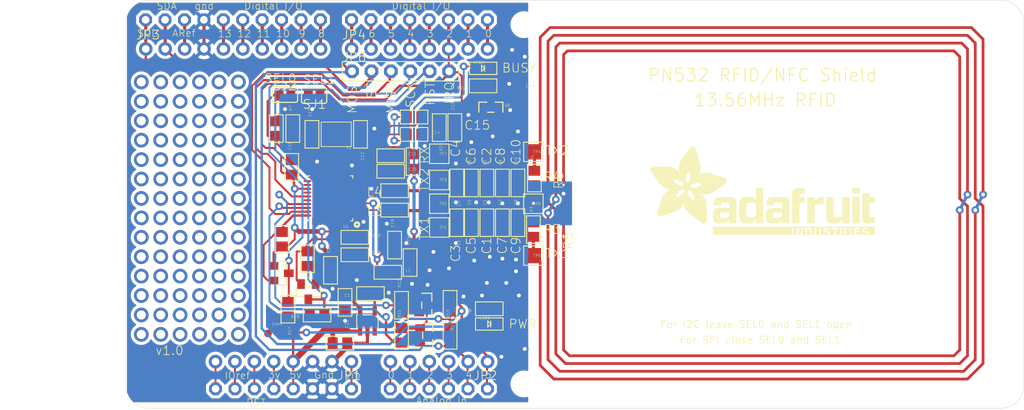
<source format=kicad_pcb>
(kicad_pcb (version 20221018) (generator pcbnew)
  (layers (0 "F.Cu" signal) (31 "B.Cu" signal) (34 "B.Paste" user) (35 "F.Paste" user) (36 "B.SilkS" user "B.Silkscreen") (37 "F.SilkS" user "F.Silkscreen") (38 "B.Mask" user) (39 "F.Mask" user) (44 "Edge.Cuts" user))
  (net 0 "")
  (net 1 "VDD")
  (net 2 "GND")
  (net 3 "N$1")
  (net 4 "N$2")
  (net 5 "N$3")
  (net 6 "N$7")
  (net 7 "N$8")
  (net 8 "N$10")
  (net 9 "N$11")
  (net 10 "N$9")
  (net 11 "N$12")
  (net 12 "SEL0")
  (net 13 "SEL1")
  (net 14 "AUX1")
  (net 15 "AUX2")
  (net 16 "P35")
  (net 17 "P30/UART_RX")
  (net 18 "IRQ")
  (net 19 "RSTOUT_N")
  (net 20 "NSS/SCL/RX")
  (net 21 "MOSI/SDA/TX")
  (net 22 "MISO")
  (net 23 "SCK")
  (net 24 "P31")
  (net 25 "P32")
  (net 26 "P33")
  (net 27 "P34/SIC_CLK")
  (net 28 "SIGOUT")
  (net 29 "SIGIN")
  (net 30 "RSTPD_N")
  (net 31 "TX1_ANTENNA")
  (net 32 "TX2_ANTENNA")
  (net 33 "N$4")
  (net 34 "N$5")
  (net 35 "N$13")
  (net 36 "N$14")
  (net 37 "N$6")
  (net 38 "5.0V")
  (net 39 "MOSI/SDA_5.0V")
  (net 40 "NSS/SCL_5.0V")
  (net 41 "RSTPD_N_5.0V")
  (net 42 "N$15")
  (net 43 "N$16")
  (net 44 "N$17")
  (net 45 "N$18")
  (net 46 "N$19")
  (net 47 "N$20")
  (net 48 "N$21")
  (net 49 "N$22")
  (net 50 "N$23")
  (net 51 "N$24")
  (net 52 "N$25")
  (net 53 "N$26")
  (net 54 "N$27")
  (net 55 "N$28")
  (net 56 "N$29")
  (net 57 "N$30")
  (net 58 "N$31")
  (net 59 "N$32")
  (net 60 "N$33")
  (net 61 "N$34")
  (net 62 "N$35")
  (net 63 "N$37")
  (net 64 "N$38")
  (net 65 "SCK_5.0V")
  (net 66 "N$39")
  (net 67 "N$40")
  (net 68 "N$41")
  (net 69 "N$42")
  (net 70 "N$43")
  (net 71 "N$44")
  (net 72 "N$45")
  (net 73 "N$46")
  (net 74 "N$47")
  (net 75 "N$48")
  (net 76 "N$49")
  (net 77 "N$50")
  (net 78 "N$51")
  (net 79 "N$52")
  (net 80 "N$62")
  (net 81 "N$63")
  (net 82 "N$64")
  (net 83 "N$65")
  (net 84 "N$66")
  (net 85 "N$67")
  (net 86 "N$68")
  (net 87 "N$69")
  (net 88 "N$70")
  (net 89 "N$71")
  (net 90 "N$72")
  (net 91 "N$73")
  (net 92 "N$74")
  (net 93 "N$75")
  (net 94 "N$76")
  (net 95 "N$77")
  (net 96 "N$78")
  (net 97 "N$79")
  (net 98 "N$80")
  (net 99 "N$81")
  (net 100 "N$82")
  (net 101 "N$83")
  (net 102 "N$84")
  (net 103 "N$85")
  (net 104 "N$86")
  (net 105 "N$87")
  (net 106 "N$88")
  (net 107 "N$89")
  (net 108 "N$90")
  (net 109 "N$91")
  (net 110 "N$92")
  (net 111 "N$93")
  (net 112 "N$94")
  (net 113 "N$95")
  (net 114 "N$96")
  (net 115 "N$97")
  (net 116 "N$98")
  (net 117 "N$99")
  (net 118 "N$100")
  (net 119 "N$101")
  (net 120 "N$102")
  (net 121 "N$103")
  (net 122 "N$104")
  (net 123 "N$105")
  (net 124 "N$106")
  (net 125 "N$107")
  (net 126 "N$108")
  (net 127 "N$109")
  (net 128 "N$110")
  (net 129 "N$111")
  (net 130 "N$112")
  (net 131 "N$113")
  (net 132 "N$114")
  (net 133 "N$115")
  (net 134 "N$116")
  (net 135 "N$117")
  (net 136 "N$118")
  (net 137 "N$119")
  (net 138 "N$120")
  (net 139 "N$121")
  (net 140 "N$122")
  (net 141 "N$123")
  (net 142 "N$124")
  (net 143 "N$125")
  (net 144 "N$126")
  (net 145 "N$127")
  (net 146 "N$128")
  (net 147 "N$129")
  (net 148 "N$130")
  (net 149 "N$131")
  (net 150 "N$36")
  (net 151 "N$53")
  (net 152 "N$54")
  (footprint "working:0805" (layer "F.Cu") (at 139.0246 107.4126 90)
    (fp_text reference "C7")
    (fp_text value "100pF")
  )
  (footprint "working:SOT23-WIDE" (layer "F.Cu") (at 129.1336 118.2116 -90)
    (fp_text reference "Q2")
    (fp_text value "BSS138")
  )
  (footprint "working:0805" (layer "F.Cu") (at 124.9276 103.2256 180)
    (fp_text reference "L4")
    (fp_text value "560nH")
  )
  (footprint "working:0805" (layer "F.Cu") (at 111.6076 95.0976 90)
    (fp_text reference "R7")
    (fp_text value "10K")
  )
  (footprint "working:1X06-BIG" (layer "F.Cu") (at 125.7046 87.6046)
    (fp_text reference "JP6")
    (fp_text value "")
  )
  (footprint "" (layer "F.Cu") (at 204.0636 81.5086)
    (fp_text reference "@HOLE1" hide)
    (fp_text value "")
  )
  (footprint "working:0805" (layer "F.Cu") (at 127.4716 95.8636)
    (fp_text reference "C14")
    (fp_text value "0.1µF")
  )
  (footprint "working:1X08_ROUND_70" (layer "F.Cu") (at 110.3884 125.5776 180)
    (fp_text reference "JP1")
    (fp_text value "")
  )
  (footprint "" (layer "F.Cu") (at 141.8336 81.5086)
    (fp_text reference "@HOLE0" hide)
    (fp_text value "")
  )
  (footprint "working:0805" (layer "F.Cu") (at 118.4366 117.8326 -90)
    (fp_text reference "C21")
    (fp_text value "10µF")
  )
  (footprint "working:0805" (layer "F.Cu") (at 136.4996 89.5096 180)
    (fp_text reference "R10")
    (fp_text value "TBD")
  )
  (footprint "working:TESTPOINT_PAD_2MM" (layer "F.Cu") (at 143.0766 104.9306 180)
    (fp_text reference "TP6")
    (fp_text value "TGND")
  )
  (footprint "working:TESTPOINT_PAD_2MM" (layer "F.Cu") (at 130.7696 104.9306 180)
    (fp_text reference "TP2")
    (fp_text value "TGND")
  )
  (footprint "working:0805" (layer "F.Cu") (at 113.5126 112.1156 -90)
    (fp_text reference "R16")
    (fp_text value "10K")
  )
  (footprint "working:SOT23-WIDE" (layer "F.Cu") (at 137.5156 92.3036)
    (fp_text reference "Q6")
    (fp_text value "BSS138")
  )
  (footprint "working:R0201" (layer "F.Cu") (at 147.0256 102.4636 90)
    (fp_text reference "R6")
    (fp_text value "NC")
  )
  (footprint "working:0805" (layer "F.Cu") (at 132.1816 118.0846 -90)
    (fp_text reference "R14")
    (fp_text value "10K")
  )
  (footprint "working:OSHWLOGO_TOP_0.2" (layer "F.Cu") (at 95.5276 128.2856)
    (fp_text reference "U$50" hide)
    (fp_text value "" hide)
  )
  (footprint "working:SOT23-WIDE" (layer "F.Cu") (at 113.6396 116.4336 180)
    (fp_text reference "Q4")
    (fp_text value "BSS138")
  )
  (footprint "working:0805" (layer "F.Cu") (at 116.5456 113.6396 90)
    (fp_text reference "C22")
    (fp_text value "10µF")
  )
  (footprint "working:0805" (layer "F.Cu") (at 109.4486 95.0976 -90)
    (fp_text reference "R9")
    (fp_text value "10K")
  )
  (footprint "working:0805" (layer "F.Cu") (at 124.0386 113.8936)
    (fp_text reference "L1")
    (fp_text value "FERRITE")
  )
  (footprint "working:0805" (layer "F.Cu") (at 141.0526 102.2136 90)
    (fp_text reference "C10")
    (fp_text value "NC")
  )
  (footprint "working:0805" (layer "F.Cu") (at 124.4196 100.6856)
    (fp_text reference "C25")
    (fp_text value "10µF")
  )
  (footprint "working:0805" (layer "F.Cu") (at 137.3036 118.6666 180)
    (fp_text reference "R8")
    (fp_text value "TBD")
  )
  (footprint "working:1X10_ROUND70" (layer "F.Cu") (at 103.8098 84.6836)
    (fp_text reference "JP3")
    (fp_text value "")
  )
  (footprint "" (layer "F.Cu") (at 204.0636 128.4986)
    (fp_text reference "@HOLE2" hide)
    (fp_text value "")
  )
  (footprint "working:TESTPOINT_PAD_2MM" (layer "F.Cu") (at 130.7696 101.8276 180)
    (fp_text reference "TP3")
    (fp_text value "TX2_POST")
  )
  (footprint "working:0805" (layer "F.Cu") (at 136.9966 107.4126 90)
    (fp_text reference "C1")
    (fp_text value "22pF")
  )
  (footprint "working:1X08_ROUND_70" (layer "F.Cu") (at 128.1938 84.6836)
    (fp_text reference "JP4")
    (fp_text value "")
  )
  (footprint "working:0805" (layer "F.Cu") (at 110.9726 118.7196 -90)
    (fp_text reference "R17")
    (fp_text value "10K")
  )
  (footprint "working:0805" (layer "F.Cu") (at 133.0636 107.4126 -90)
    (fp_text reference "C3")
    (fp_text value "220pF")
  )
  (footprint "working:0805" (layer "F.Cu") (at 119.7206 109.3216)
    (fp_text reference "C20")
    (fp_text value "0.1µF")
  )
  (footprint "working:SOT23-WIDE" (layer "F.Cu") (at 129.2606 122.1486 -90)
    (fp_text reference "Q1")
    (fp_text value "BSS138")
  )
  (footprint "working:1X06_ROUND_70" (layer "F.Cu") (at 130.7338 125.5776 180)
    (fp_text reference "JP2")
    (fp_text value "")
  )
  (footprint "working:CHIPLED_0805" (layer "F.Cu") (at 136.4996 87.2236 -90)
    (fp_text reference "LED2")
    (fp_text value "IRQ")
  )
  (footprint "working:FIDUCIAL-1X2.5" (layer "F.Cu") (at 141.5086 90.7796 180)
    (fp_text reference "FID2" hide)
    (fp_text value "FIDUCIAL1X2.5" hide)
  )
  (footprint "working:0805" (layer "F.Cu") (at 136.9966 102.2136 90)
    (fp_text reference "C2")
    (fp_text value "22pF")
  )
  (footprint "" (layer "F.Cu") (at 141.8336 128.4986)
    (fp_text reference "@HOLE3" hide)
    (fp_text value "")
  )
  (footprint "working:TESTPOINT_PAD_2MM" (layer "F.Cu") (at 143.0806 98.1446 180)
    (fp_text reference "TP4")
    (fp_text value "TX2_PRE")
  )
  (footprint "working:0805" (layer "F.Cu") (at 132.1816 122.1486 90)
    (fp_text reference "R13")
    (fp_text value "10K")
  )
  (footprint "working:0805" (layer "F.Cu") (at 134.9686 102.2136 90)
    (fp_text reference "C6")
    (fp_text value "NC")
  )
  (footprint "working:0805" (layer "F.Cu") (at 119.7206 111.6076)
    (fp_text reference "C18")
    (fp_text value "10µF")
  )
  (footprint "working:0805" (layer "F.Cu") (at 132.8006 94.9556 90)
    (fp_text reference "C15")
    (fp_text value "1000pF")
  )
  (footprint "working:TESTPOINT_PAD_2MM" (layer "F.Cu") (at 143.0806 111.7166 180)
    (fp_text reference "TP5")
    (fp_text value "TX1_PRE")
  )
  (footprint "working:HVQFN40-6X6" (layer "F.Cu") (at 116.5136 104.2236 180)
    (fp_text reference "U1")
    (fp_text value "PN532")
  )
  (footprint "working:CRYSTAL_3.2X2.5" (layer "F.Cu") (at 117.2916 95.8596 180)
    (fp_text reference "Y1")
    (fp_text value "27.12MHz")
  )
  (footprint "working:0805" (layer "F.Cu") (at 124.9236 110.3376 90)
    (fp_text reference "C19")
    (fp_text value "10µF")
  )
  (footprint "working:0805" (layer "F.Cu") (at 133.0636 102.2136 -90)
    (fp_text reference "C4")
    (fp_text value "220pF")
  )
  (footprint "working:0805" (layer "F.Cu") (at 117.7756 123.1576)
    (fp_text reference "C26")
    (fp_text value "10µF")
  )
  (footprint "working:0805" (layer "F.Cu") (at 124.4196 98.6536)
    (fp_text reference "C11")
    (fp_text value "0.1µF")
  )
  (footprint "working:0805" (layer "F.Cu") (at 127.3406 99.4156 -90)
    (fp_text reference "L2")
    (fp_text value "FERRITE")
  )
  (footprint "working:0805" (layer "F.Cu") (at 121.7676 116.6876 180)
    (fp_text reference "C17")
    (fp_text value "0.1µF")
  )
  (footprint "working:SOLDERJUMPER_REFLOW_NOPASTE" (layer "F.Cu") (at 114.4016 90.7796 180)
    (fp_text reference "SJ1")
    (fp_text value "")
  )
  (footprint "working:0805" (layer "F.Cu") (at 110.2106 109.5756 -90)
    (fp_text reference "R15")
    (fp_text value "10K")
  )
  (footprint "working:0805" (layer "F.Cu") (at 120.4666 95.8556 -90)
    (fp_text reference "C12")
    (fp_text value "33pF")
  )
  (footprint "working:0805" (layer "F.Cu") (at 139.0246 102.2136 90)
    (fp_text reference "C8")
    (fp_text value "100pF")
  )
  (footprint "working:SOT23-WIDE" (layer "F.Cu") (at 110.0836 114.0206 -90)
    (fp_text reference "Q3")
    (fp_text value "BSS138")
  )
  (footprint "working:ADAFRUIT_TEXT_30MM" (layer "F.Cu") (at 158.1056 108.9876)
    (fp_text reference "U$3" hide)
    (fp_text value "" hide)
  )
  (footprint "working:CHIPLED_0805" (layer "F.Cu") (at 137.3036 120.6666 -90)
    (fp_text reference "LED1")
    (fp_text value "PWR")
  )
  (footprint "working:0805" (layer "F.Cu") (at 126.9556 112.6236 90)
    (fp_text reference "C24")
    (fp_text value "0.1µF")
  )
  (footprint "working:0805" (layer "F.Cu") (at 124.9276 105.7656 180)
    (fp_text reference "L3")
    (fp_text value "560nH")
  )
  (footprint "working:TESTPOINT_PAD_2MM" (layer "F.Cu") (at 130.7696 108.0336 180)
    (fp_text reference "TP1")
    (fp_text value "TX1_POST")
  )
  (footprint "working:0805" (layer "F.Cu") (at 130.7696 94.9746 -90)
    (fp_text reference "R2")
    (fp_text value "1.69K")
  )
  (footprint "working:0805" (layer "F.Cu") (at 143.2076 101.5706 90)
    (fp_text reference "R4")
    (fp_text value "1.5")
  )
  (footprint "working:SOLDERJUMPER_REFLOW_NOPASTE" (layer "F.Cu") (at 110.5916 90.6526)
    (fp_text reference "SJ2")
    (fp_text value "")
  )
  (footprint "working:FIDUCIAL-1X2.5" (layer "F.Cu") (at 108.3616 121.8946 180)
    (fp_text reference "FID1" hide)
    (fp_text value "FIDUCIAL1X2.5" hide)
  )
  (footprint "working:TESTPOINT_PAD_2MM" (layer "F.Cu") (at 130.7696 98.3996 180)
    (fp_text reference "TP7")
    (fp_text value "RX")
  )
  (footprint "working:0805" (layer "F.Cu") (at 114.7826 119.4816 180)
    (fp_text reference "R18")
    (fp_text value "10K")
  )
  (footprint "working:0805" (layer "F.Cu") (at 114.1166 95.8556 90)
    (fp_text reference "C13")
    (fp_text value "33pF")
  )
  (footprint "working:0805" (layer "F.Cu") (at 127.4716 93.5856 180)
    (fp_text reference "R1")
    (fp_text value "1.0K")
  )
  (footprint "working:0805" (layer "F.Cu") (at 134.9686 107.4126 90)
    (fp_text reference "C5")
    (fp_text value "NC")
  )
  (footprint "working:R0201" (layer "F.Cu") (at 147.0256 109.1946 -90)
    (fp_text reference "R5")
    (fp_text value "NC")
  )
  (footprint "working:ARDUINOR3-NODIM" (layer "F.Cu") (at 73.5636 131.6736)
    (fp_text reference "U3" hide)
    (fp_text value "ARDUINOR3NODIM" hide)
  )
  (footprint "working:SOT23-5" (layer "F.Cu") (at 121.3736 120.2786)
    (fp_text reference "U2")
    (fp_text value "ADP122(3.3V)")
  )
  (footprint "working:0805" (layer "F.Cu") (at 143.0846 108.3096 90)
    (fp_text reference "R3")
    (fp_text value "1.5")
  )
  (footprint "working:0805" (layer "F.Cu") (at 111.4656 100.1776 90)
    (fp_text reference "C16")
    (fp_text value "0.1µF")
  )
  (footprint "working:0805" (layer "F.Cu") (at 141.0526 107.4126 90)
    (fp_text reference "C9")
    (fp_text value "NC")
  )
  (footprint "working:0805" (layer "F.Cu") (at 125.8316 118.2116 90)
    (fp_text reference "R12")
    (fp_text value "10K")
  )
  (footprint "working:0805" (layer "F.Cu") (at 125.8316 122.1486 90)
    (fp_text reference "R11")
    (fp_text value "10K")
  )
  (gr_line (start 89.7636 81.3336) (end 89.7636 128.6736) (stroke (width 0.05)) (layer "Edge.Cuts"))
  (gr_arc (start 204.223599 78.333599) (mid 206.35245 79.209143) (end 207.2386 81.3336) (stroke (width 0.05)) (layer "Edge.Cuts"))
  (gr_arc (start 92.7636 131.6736) (mid 90.64228 130.79492) (end 89.7636 128.6736) (stroke (width 0.05)) (layer "Edge.Cuts"))
  (gr_line (start 207.2386 128.6736) (end 207.2386 81.3336) (stroke (width 0.05)) (layer "Edge.Cuts"))
  (gr_line (start 204.2236 78.3336) (end 92.7636 78.3336) (stroke (width 0.05)) (layer "Edge.Cuts"))
  (gr_arc (start 89.7636 81.3336) (mid 90.64228 79.21228) (end 92.7636 78.3336) (stroke (width 0.05)) (layer "Edge.Cuts"))
  (gr_arc (start 207.2386 128.6736) (mid 206.35245 130.798057) (end 204.2236 131.673602) (stroke (width 0.05)) (layer "Edge.Cuts"))
  (gr_line (start 92.7636 131.6736) (end 204.2236 131.6736) (stroke (width 0.05)) (layer "Edge.Cuts"))
  (gr_text "SS" (at 121.2596 88.8746 90) (layer "F.SilkS") (effects (font (size 1.1684 1.1684) (thickness 0.1016)) (justify right top)))
  (gr_text "C1" (at 137.6496 111.6156 90) (layer "F.SilkS") (effects (font (size 1.1684 1.1684) (thickness 0.1016)) (justify left bottom)))
  (gr_text "MISO" (at 123.7996 88.8746 90) (layer "F.SilkS") (effects (font (size 1.1684 1.1684) (thickness 0.1016)) (justify right top)))
  (gr_text "13.56MHz RFID" (at 164.0016 92.3236) (layer "F.SilkS") (effects (font (size 1.63576 1.63576) (thickness 0.14224)) (justify left bottom)))
  (gr_text "For SPI close SEL0 and SEL1" (at 162.1536 123.2916) (layer "F.SilkS") (effects (font (size 0.93472 0.93472) (thickness 0.08128)) (justify left bottom)))
  (gr_text "C4" (at 133.5816 98.9036 90) (layer "F.SilkS") (effects (font (size 1.1684 1.1684) (thickness 0.1016)) (justify left bottom)))
  (gr_text "C7" (at 139.6896 111.6156 90) (layer "F.SilkS") (effects (font (size 1.1684 1.1684) (thickness 0.1016)) (justify left bottom)))
  (gr_text "R4" (at 144.3696 102.1096) (layer "F.SilkS") (effects (font (size 1.1684 1.1684) (thickness 0.1016)) (justify left bottom)))
  (gr_text "L3" (at 123.4036 105.2576) (layer "F.SilkS") (effects (font (size 1.1684 1.1684) (thickness 0.1016)) (justify right top)))
  (gr_text "R3" (at 144.3776 108.9636) (layer "F.SilkS") (effects (font (size 1.1684 1.1684) (thickness 0.1016)) (justify left bottom)))
  (gr_text "TX2" (at 128.1176 100.1776 90) (layer "F.SilkS") (effects (font (size 1.1684 1.1684) (thickness 0.1016)) (justify right top)))
  (gr_text "RST" (at 128.8796 88.8746 90) (layer "F.SilkS") (effects (font (size 1.1684 1.1684) (thickness 0.1016)) (justify right top)))
  (gr_text "TX1" (at 144.6276 112.1156) (layer "F.SilkS") (effects (font (size 1.1684 1.1684) (thickness 0.1016)) (justify left bottom)))
  (gr_text "TX1" (at 128.1176 106.5276 90) (layer "F.SilkS") (effects (font (size 1.1684 1.1684) (thickness 0.1016)) (justify right top)))
  (gr_text "TX2" (at 144.6276 98.6536) (layer "F.SilkS") (effects (font (size 1.1684 1.1684) (thickness 0.1016)) (justify left bottom)))
  (gr_text "C5" (at 135.6176 111.6156 90) (layer "F.SilkS") (effects (font (size 1.1684 1.1684) (thickness 0.1016)) (justify left bottom)))
  (gr_text "PN532 RFID/NFC Shield" (at 157.9536 89.0696) (layer "F.SilkS") (effects (font (size 1.63576 1.63576) (thickness 0.14224)) (justify left bottom)))
  (gr_text "C6" (at 135.6176 99.9196 90) (layer "F.SilkS") (effects (font (size 1.1684 1.1684) (thickness 0.1016)) (justify left bottom)))
  (gr_text "C3" (at 133.5856 112.6316 90) (layer "F.SilkS") (effects (font (size 1.1684 1.1684) (thickness 0.1016)) (justify left bottom)))
  (gr_text "" (at 165.4556 122.7836) (layer "F.SilkS") (effects (font (size 0.93472 0.93472) (thickness 0.08128)) (justify left bottom)))
  (gr_text "PWR" (at 139.7736 121.3446) (layer "F.SilkS") (effects (font (size 1.1684 1.1684) (thickness 0.1016)) (justify left bottom)))
  (gr_text "C8" (at 139.4356 99.9196 90) (layer "F.SilkS") (effects (font (size 1.1684 1.1684) (thickness 0.1016)) (justify left bottom)))
  (gr_text "C9" (at 141.4716 111.6156 90) (layer "F.SilkS") (effects (font (size 1.1684 1.1684) (thickness 0.1016)) (justify left bottom)))
  (gr_text "C15" (at 133.9746 95.3356) (layer "F.SilkS") (effects (font (size 1.1684 1.1684) (thickness 0.1016)) (justify left bottom)))
  (gr_text "IRQ" (at 131.4196 88.8746 90) (layer "F.SilkS") (effects (font (size 1.1684 1.1684) (thickness 0.1016)) (justify right top)))
  (gr_text "SCK" (at 126.3396 88.8746 90) (layer "F.SilkS") (effects (font (size 1.1684 1.1684) (thickness 0.1016)) (justify right top)))
  (gr_text "BUSY" (at 138.9126 87.8586) (layer "F.SilkS") (effects (font (size 1.1684 1.1684) (thickness 0.1016)) (justify left bottom)))
  (gr_text "MOSI" (at 118.7196 88.8746 90) (layer "F.SilkS") (effects (font (size 1.1684 1.1684) (thickness 0.1016)) (justify right top)))
  (gr_text "For I2C leave SEL0 and SEL1 open" (at 159.6136 121.2596) (layer "F.SilkS") (effects (font (size 0.93472 0.93472) (thickness 0.08128)) (justify left bottom)))
  (gr_text "SEL1" (at 112.8776 89.3826) (layer "F.SilkS") (effects (font (size 1.1684 1.1684) (thickness 0.1016)) (justify left bottom)))
  (gr_text "C2" (at 137.6536 99.9196 90) (layer "F.SilkS") (effects (font (size 1.1684 1.1684) (thickness 0.1016)) (justify left bottom)))
  (gr_text "RX" (at 128.1176 97.3836 90) (layer "F.SilkS") (effects (font (size 1.1684 1.1684) (thickness 0.1016)) (justify right top)))
  (gr_text "v1.0" (at 93.5886 124.8156) (layer "F.SilkS") (effects (font (size 1.1684 1.1684) (thickness 0.1016)) (justify left bottom)))
  (gr_text "C10" (at 141.4716 99.9156 90) (layer "F.SilkS") (effects (font (size 1.1684 1.1684) (thickness 0.1016)) (justify left bottom)))
  (gr_text "L4" (at 123.4036 102.7176) (layer "F.SilkS") (effects (font (size 1.1684 1.1684) (thickness 0.1016)) (justify right top)))
  (gr_text "SEL0" (at 107.7976 89.2556) (layer "F.SilkS") (effects (font (size 1.1684 1.1684) (thickness 0.1016)) (justify left bottom)))
  (segment (start 118.7706 109.3216) (end 118.2636 108.8146) (width 0.254) (layer "F.Cu") (net 1))
  (segment (start 128.2256 112.6276) (end 128.2256 110.5876) (width 0.4064) (layer "F.Cu") (net 1))
  (segment (start 128.8796 117.4496) (end 130.6576 115.6716) (width 0.254) (layer "F.Cu") (net 1))
  (segment (start 118.7706 113.6396) (end 118.7196 113.6396) (width 0.6096) (layer "F.Cu") (net 1))
  (segment (start 109.0836 113.0706) (end 109.0836 111.3376) (width 0.254) (layer "F.Cu") (net 1))
  (segment (start 109.0836 111.3376) (end 110.0836 110.3376) (width 0.254) (layer "F.Cu") (net 1))
  (segment (start 120.4366 113.6396) (end 120.4366 113.7056) (width 0.6096) (layer "F.Cu") (net 1))
  (segment (start 118.7706 111.6076) (end 118.7706 109.3216) (width 0.254) (layer "F.Cu") (net 1))
  (segment (start 126.7056 113.6396) (end 127.2136 113.6396) (width 0.4064) (layer "F.Cu") (net 1))
  (segment (start 128.3216 117.4496) (end 128.8796 117.4496) (width 0.254) (layer "F.Cu") (net 1))
  (segment (start 111.8616 102.9716) (end 112.1176 102.9736) (width 0.254) (layer "F.Cu") (net 1))
  (segment (start 111.8616 102.9716) (end 111.6076 100.9856) (width 0.3048) (layer "F.Cu") (net 1))
  (segment (start 128.1336 117.2616) (end 128.3216 117.4496) (width 0.254) (layer "F.Cu") (net 1))
  (segment (start 118.7196 116.6876) (end 118.6906 116.6586) (width 0.4064) (layer "F.Cu") (net 1))
  (segment (start 129.1336 117.7036) (end 129.1336 120.3256) (width 0.254) (layer "F.Cu") (net 1))
  (segment (start 125.8926 121.2596) (end 125.8316 121.1986) (width 0.3048) (layer "F.Cu") (net 1))
  (segment (start 111.6076 90.2716) (end 111.6076 94.1476) (width 0.254) (layer "F.Cu") (net 1))
  (segment (start 125.5776 116.1796) (end 125.5776 117.1956) (width 0.6096) (layer "F.Cu") (net 1))
  (segment (start 110.2716 110.5256) (end 110.3376 110.5916) (width 0.254) (layer "F.Cu") (net 1))
  (segment (start 118.8706 109.2962) (end 118.8706 108.8526) (width 0.3048) (layer "F.Cu") (net 1))
  (segment (start 125.8316 117.2616) (end 125.8316 117.1956) (width 0.3048) (layer "F.Cu") (net 1))
  (segment (start 111.8616 109.5756) (end 111.8616 108.0516) (width 0.254) (layer "F.Cu") (net 1))
  (segment (start 118.7706 109.3216) (end 118.8706 109.2962) (width 0.4064) (layer "F.Cu") (net 1))
  (segment (start 124.9886 113.8936) (end 124.8886 113.6396) (width 0.4064) (layer "F.Cu") (net 1))
  (segment (start 118.7706 109.3216) (end 118.7636 109.3146) (width 0.254) (layer "F.Cu") (net 1))
  (segment (start 134.4676 115.6716) (end 134.9756 116.1796) (width 0.254) (layer "F.Cu") (net 1))
  (segment (start 118.7636 109.3146) (end 118.7636 107.2136) (width 0.254) (layer "F.Cu") (net 1))
  (segment (start 115.4176 108.5596) (end 116.5606 108.5596) (width 0.254) (layer "F.Cu") (net 1))
  (segment (start 111.6076 100.9396) (end 110.3376 100.9396) (width 0.254) (layer "F.Cu") (net 1))
  (segment (start 109.0676 97.6376) (end 108.0516 97.6376) (width 0.254) (layer "F.Cu") (net 1))
  (segment (start 134.9756 120.4976) (end 135.1446 120.6666) (width 0.254) (layer "F.Cu") (net 1))
  (segment (start 127.2136 113.6396) (end 128.2256 112.6276) (width 0.4064) (layer "F.Cu") (net 1))
  (segment (start 133.9596 86.9696) (end 135.1956 86.9696) (width 0.254) (layer "F.Cu") (net 1))
  (segment (start 135.1446 120.6666) (end 136.2536 120.6666) (width 0.254) (layer "F.Cu") (net 1))
  (segment (start 118.7196 113.6396) (end 118.7196 116.6876) (width 0.6096) (layer "F.Cu") (net 1))
  (segment (start 128.8796 117.4496) (end 129.1336 117.7036) (width 0.254) (layer "F.Cu") (net 1))
  (segment (start 118.9736 117.1956) (end 120.4236 118.6456) (width 0.4064) (layer "F.Cu") (net 1))
  (segment (start 111.6076 100.9856) (end 111.6076 100.9396) (width 0.3048) (layer "F.Cu") (net 1))
  (segment (start 134.9756 116.1796) (end 134.9756 120.4976) (width 0.254) (layer "F.Cu") (net 1))
  (segment (start 115.4176 110.4646) (end 115.4176 110.5916) (width 0.6096) (layer "F.Cu") (net 1))
  (segment (start 129.1336 120.3256) (end 128.2606 121.1986) (width 0.254) (layer "F.Cu") (net 1))
  (segment (start 112.1176 102.9736) (end 113.5236 102.9736) (width 0.254) (layer "F.Cu") (net 1))
  (segment (start 108.3056 89.2556) (end 111.3536 89.2556) (width 0.254) (layer "F.Cu") (net 1))
  (segment (start 116.5456 112.6236) (end 118.7706 112.6236) (width 0.6096) (layer "F.Cu") (net 1))
  (segment (start 125.8316 117.1956) (end 125.8976 117.2616) (width 0.3048) (layer "F.Cu") (net 1))
  (segment (start 124.3076 115.4176) (end 124.5616 115.1636) (width 0.6096) (layer "F.Cu") (net 1))
  (segment (start 110.3376 110.5916) (end 110.5916 110.3376) (width 0.254) (layer "F.Cu") (net 1))
  (segment (start 116.5456 112.6896) (end 116.4336 112.8016) (width 0.3048) (layer "F.Cu") (net 1))
  (segment (start 114.6556 114.2086) (end 114.6556 115.3676) (width 0.3048) (layer "F.Cu") (net 1))
  (segment (start 116.5456 112.6896) (end 116.5456 112.6236) (width 0.6096) (layer "F.Cu") (net 1))
  (segment (start 128.1996 121.2596) (end 125.8926 121.2596) (width 0.3048) (layer "F.Cu") (net 1))
  (segment (start 107.5436 90.0176) (end 108.3056 89.2556) (width 0.254) (layer "F.Cu") (net 1))
  (segment (start 112.3696 108.5596) (end 115.4176 108.5596) (width 0.6096) (layer "F.Cu") (net 1))
  (segment (start 118.2636 108.8146) (end 118.2636 107.2136) (width 0.254) (layer "F.Cu") (net 1))
  (segment (start 126.7056 113.6396) (end 126.9556 113.5736) (width 0.4064) (layer "F.Cu") (net 1))
  (segment (start 110.0836 110.3376) (end 110.2106 110.4646) (width 0.254) (layer "F.Cu") (net 1))
  (segment (start 118.7706 112.6236) (end 118.7706 113.6396) (width 0.6096) (layer "F.Cu") (net 1))
  (segment (start 110.0836 98.6536) (end 109.0676 97.6376) (width 0.254) (layer "F.Cu") (net 1))
  (segment (start 118.4366 116.8826) (end 118.6906 117.2246) (width 0.4064) (layer "F.Cu") (net 1))
  (segment (start 116.4336 112.8776) (end 113.7006 112.8776) (width 0.3048) (layer "F.Cu") (net 1))
  (segment (start 118.6906 116.6586) (end 118.4366 116.8826) (width 0.4064) (layer "F.Cu") (net 1))
  (segment (start 113.7006 112.8776) (end 113.5126 113.0656) (width 0.3048) (layer "F.Cu") (net 1))
  (segment (start 118.6906 117.2246) (end 118.7196 117.1956) (width 0.4064) (layer "F.Cu") (net 1))
  (segment (start 110.2106 110.5256) (end 110.6576 110.5256) (width 0.3048) (layer "F.Cu") (net 1))
  (segment (start 111.0996 110.3376) (end 111.8616 109.5756) (width 0.254) (layer "F.Cu") (net 1))
  (segment (start 111.3536 89.2556) (end 111.3536 90.6526) (width 0.254) (layer "F.Cu") (net 1))
  (segment (start 125.8316 117.4496) (end 125.8316 117.2616) (width 0.6096) (layer "F.Cu") (net 1))
  (segment (start 135.1956 86.9696) (end 135.4496 87.2236) (width 0.254) (layer "F.Cu") (net 1))
  (segment (start 111.8616 108.0516) (end 112.3696 108.5596) (width 0.6096) (layer "F.Cu") (net 1))
  (segment (start 124.9426 113.9476) (end 124.9886 113.8936) (width 0.6096) (layer "F.Cu") (net 1))
  (segment (start 124.8886 113.6396) (end 126.7056 113.6396) (width 0.4064) (layer "F.Cu") (net 1))
  (segment (start 118.7706 113.6396) (end 120.4366 113.6396) (width 0.6096) (layer "F.Cu") (net 1))
  (segment (start 128.2606 121.1986) (end 128.1996 121.2596) (width 0.3048) (layer "F.Cu") (net 1))
  (segment (start 111.3536 90.0176) (end 111.6076 90.2716) (width 0.254) (layer "F.Cu") (net 1))
  (segment (start 111.3536 90.6526) (end 111.3536 90.2716) (width 0.254) (layer "F.Cu") (net 1))
  (segment (start 125.8976 117.2616) (end 128.1336 117.2616) (width 0.3048) (layer "F.Cu") (net 1))
  (segment (start 124.5616 115.1636) (end 124.9426 114.7826) (width 0.6096) (layer "F.Cu") (net 1))
  (segment (start 118.7706 112.6236) (end 118.7706 111.6076) (width 0.6096) (layer "F.Cu") (net 1))
  (segment (start 128.2256 110.5876) (end 127.4676 109.8296) (width 0.4064) (layer "F.Cu") (net 1))
  (segment (start 117.2636 107.8566) (end 117.2636 107.2136) (width 0.254) (layer "F.Cu") (net 1))
  (segment (start 113.5126 113.0656) (end 114.6556 114.2086) (width 0.3048) (layer "F.Cu") (net 1))
  (segment (start 118.7196 116.6876) (end 118.7196 116.9416) (width 0.6096) (layer "F.Cu") (net 1))
  (segment (start 110.2106 110.4646) (end 110.2106 110.5256) (width 0.254) (layer "F.Cu") (net 1))
  (segment (start 110.0836 100.6856) (end 110.0836 98.6536) (width 0.254) (layer "F.Cu") (net 1))
  (segment (start 111.3536 90.6526) (end 111.3536 90.0176) (width 0.254) (layer "F.Cu") (net 1))
  (segment (start 125.5776 117.1956) (end 125.8316 117.4496) (width 0.6096) (layer "F.Cu") (net 1))
  (segment (start 111.6076 100.9856) (end 111.4656 101.1276) (width 0.3048) (layer "F.Cu") (net 1))
  (segment (start 116.5456 111.7196) (end 116.5456 112.6896) (width 0.6096) (layer "F.Cu") (net 1))
  (segment (start 122.1486 115.4176) (end 124.3076 115.4176) (width 0.6096) (layer "F.Cu") (net 1))
  (segment (start 120.4366 113.7056) (end 122.1486 115.4176) (width 0.6096) (layer "F.Cu") (net 1))
  (segment (start 110.2106 110.5256) (end 110.2716 110.5256) (width 0.254) (layer "F.Cu") (net 1))
  (segment (start 110.3376 100.9396) (end 110.0836 100.6856) (width 0.254) (layer "F.Cu") (net 1))
  (segment (start 107.5436 97.1296) (end 107.5436 90.0176) (width 0.254) (layer "F.Cu") (net 1))
  (segment (start 118.7196 117.1956) (end 118.9736 117.1956) (width 0.4064) (layer "F.Cu") (net 1))
  (segment (start 130.6576 115.6716) (end 134.4676 115.6716) (width 0.254) (layer "F.Cu") (net 1))
  (segment (start 120.4236 118.6456) (end 120.4236 118.9785) (width 0.4064) (layer "F.Cu") (net 1))
  (segment (start 116.5606 108.5596) (end 117.2636 107.8566) (width 0.254) (layer "F.Cu") (net 1))
  (segment (start 127.4676 109.8296) (end 127.4676 108.5596) (width 0.4064) (layer "F.Cu") (net 1))
  (segment (start 127.4676 100.9006) (end 127.3406 100.3656) (width 0.4064) (layer "F.Cu") (net 1))
  (segment (start 114.6556 115.3676) (end 114.5896 115.4336) (width 0.3048) (layer "F.Cu") (net 1))
  (segment (start 108.0516 97.6376) (end 107.5436 97.1296) (width 0.254) (layer "F.Cu") (net 1))
  (segment (start 127.4676 101.9556) (end 127.4676 100.9006) (width 0.4064) (layer "F.Cu") (net 1))
  (segment (start 124.9426 114.7826) (end 124.9426 113.9476) (width 0.6096) (layer "F.Cu") (net 1))
  (segment (start 110.5916 110.3376) (end 111.0996 110.3376) (width 0.254) (layer "F.Cu") (net 1))
  (segment (start 115.4176 110.5916) (end 116.5456 111.7196) (width 0.6096) (layer "F.Cu") (net 1))
  (segment (start 124.5616 115.1636) (end 125.5776 116.1796) (width 0.6096) (layer "F.Cu") (net 1))
  (segment (start 116.4336 112.8016) (end 116.4336 112.8776) (width 0.3048) (layer "F.Cu") (net 1))
  (via (at 111.8616 102.9716) (size 1.008) (drill 0.5) (layers "F.Cu" "B.Cu") (net 1))
  (via (at 115.4176 110.4646) (size 1.008) (drill 0.5) (layers "F.Cu" "B.Cu") (net 1))
  (via (at 115.4176 108.5596) (size 1.008) (drill 0.5) (layers "F.Cu" "B.Cu") (net 1))
  (via (at 111.8616 108.0516) (size 1.008) (drill 0.5) (layers "F.Cu" "B.Cu") (net 1))
  (via (at 127.4676 101.9556) (size 1.008) (drill 0.5) (layers "F.Cu" "B.Cu") (net 1))
  (via (at 133.9596 86.9696) (size 1.008) (drill 0.5) (layers "F.Cu" "B.Cu") (net 1))
  (via (at 127.4676 108.5596) (size 1.008) (drill 0.5) (layers "F.Cu" "B.Cu") (net 1))
  (segment (start 111.8616 108.0516) (end 111.8616 102.9716) (width 0.254) (layer "B.Cu") (net 1))
  (segment (start 127.4676 92.4456) (end 128.8796 91.0336) (width 0.254) (layer "B.Cu") (net 1))
  (segment (start 133.4516 91.0336) (end 133.9596 90.5256) (width 0.254) (layer "B.Cu") (net 1))
  (segment (start 128.8796 91.0336) (end 133.4516 91.0336) (width 0.254) (layer "B.Cu") (net 1))
  (segment (start 115.4176 108.5596) (end 115.4176 110.4646) (width 0.254) (layer "B.Cu") (net 1))
  (segment (start 127.4676 108.5596) (end 127.4676 101.9556) (width 0.4064) (layer "B.Cu") (net 1))
  (segment (start 127.4676 101.9556) (end 127.4676 92.4456) (width 0.254) (layer "B.Cu") (net 1))
  (segment (start 133.9596 90.5256) (end 133.9596 86.9696) (width 0.254) (layer "B.Cu") (net 1))
  (segment (start 99.9998 80.8736) (end 99.9796 80.8736) (width 0.4064) (layer "F.Cu") (net 2))
  (segment (start 120.8636 106.3498) (end 119.9874 105.4736) (width 0.2032) (layer "F.Cu") (net 2))
  (segment (start 118.7256 123.1576) (end 118.7256 123.1646) (width 0.4064) (layer "F.Cu") (net 2))
  (segment (start 128.8646 97.3836) (end 128.8646 96.1526) (width 0.2032) (layer "F.Cu") (net 2))
  (segment (start 141.0526 104.8726) (end 141.0526 103.1636) (width 0.254) (layer "F.Cu") (net 2))
  (segment (start 125.3236 101.7016) (end 125.3236 100.7316) (width 0.254) (layer "F.Cu") (net 2))
  (segment (start 123.0376 101.9556) (end 125.0696 101.9556) (width 0.254) (layer "F.Cu") (net 2))
  (segment (start 119.9714 106.4736) (end 119.5036 106.4736) (width 0.2032) (layer "F.Cu") (net 2))
  (segment (start 119.9874 105.4736) (end 119.5036 105.4736) (width 0.2032) (layer "F.Cu") (net 2))
  (segment (start 115.2636 102.9736) (end 116.5136 104.2236) (width 0.254) (layer "F.Cu") (net 2))
  (segment (start 143.1306 104.8766) (end 143.0886 104.8766) (width 0.254) (layer "F.Cu") (net 2))
  (segment (start 117.2636 103.4736) (end 119.5036 103.4736) (width 0.254) (layer "F.Cu") (net 2))
  (segment (start 141.0566 104.8766) (end 141.0526 104.8726) (width 0.254) (layer "F.Cu") (net 2))
  (segment (start 138.4656 93.3036) (end 139.4216 93.3036) (width 0.254) (layer "F.Cu") (net 2))
  (segment (start 126.4516 110.0756) (end 125.7636 109.3876) (width 0.254) (layer "F.Cu") (net 2))
  (segment (start 125.0696 101.9556) (end 125.3236 101.7016) (width 0.254) (layer "F.Cu") (net 2))
  (segment (start 99.9998 84.6836) (end 99.9998 80.8736) (width 0.4064) (layer "F.Cu") (net 2))
  (segment (start 116.5136 104.2236) (end 117.2636 103.4736) (width 0.254) (layer "F.Cu") (net 2))
  (segment (start 147.0256 103.6066) (end 147.0256 102.7186) (width 0.3556) (layer "F.Cu") (net 2))
  (segment (start 116.5456 114.6556) (end 116.8146 114.6556) (width 0.3048) (layer "F.Cu") (net 2))
  (segment (start 115.1636 91.5416) (end 115.1636 90.7796) (width 0.254) (layer "F.Cu") (net 2))
  (segment (start 121.3736 123.1646) (end 121.3736 121.5787) (width 0.4064) (layer "F.Cu") (net 2))
  (segment (start 111.3536 99.4156) (end 114.7826 99.4156) (width 0.3048) (layer "F.Cu") (net 2))
  (segment (start 139.0246 104.8766) (end 139.0246 103.1636) (width 0.254) (layer "F.Cu") (net 2))
  (segment (start 111.3536 99.3396) (end 111.3536 99.4156) (width 0.3048) (layer "F.Cu") (net 2))
  (segment (start 114.1166 94.9056) (end 114.1476 94.1126) (width 0.254) (layer "F.Cu") (net 2))
  (segment (start 125.3236 100.7316) (end 125.3696 100.6856) (width 0.254) (layer "F.Cu") (net 2))
  (segment (start 133.0636 99.7896) (end 132.9436 99.6696) (width 0.254) (layer "F.Cu") (net 2))
  (segment (start 120.8176 115.7376) (end 119.9896 114.9096) (width 0.3048) (layer "F.Cu") (net 2))
  (segment (start 141.0526 104.8806) (end 141.0566 104.8766) (width 0.254) (layer "F.Cu") (net 2))
  (segment (start 139.0246 106.4626) (end 139.0246 104.8766) (width 0.254) (layer "F.Cu") (net 2))
  (segment (start 116.7384 125.5776) (end 116.7384 125.3744) (width 0.8128) (layer "F.Cu") (net 2))
  (segment (start 114.1166 94.9056) (end 114.0826 93.8896) (width 0.254) (layer "F.Cu") (net 2))
  (segment (start 147.0256 109.4496) (end 147.0256 103.6066) (width 0.3556) (layer "F.Cu") (net 2))
  (segment (start 120.5706 107.0728) (end 119.9714 106.4736) (width 0.2032) (layer "F.Cu") (net 2))
  (segment (start 125.7636 109.3876) (end 124.9236 109.3876) (width 0.254) (layer "F.Cu") (net 2))
  (segment (start 120.8636 107.2896) (end 120.8636 106.3498) (width 0.2032) (layer "F.Cu") (net 2))
  (segment (start 121.8946 103.0986) (end 121.8796 103.0836) (width 0.254) (layer "F.Cu") (net 2))
  (segment (start 139.4216 93.3036) (end 140.0406 92.6846) (width 0.254) (layer "F.Cu") (net 2))
  (segment (start 132.9436 110.0836) (end 133.0636 109.9636) (width 0.254) (layer "F.Cu") (net 2))
  (segment (start 109.4486 94.1476) (end 109.4486 93.7006) (width 0.254) (layer "F.Cu") (net 2))
  (segment (start 118.7636 101.2336) (end 118.7636 100.4996) (width 0.254) (layer "F.Cu") (net 2))
  (segment (start 120.6706 111.6076) (end 120.6706 109.3216) (width 0.254) (layer "F.Cu") (net 2))
  (segment (start 130.7696 104.9306) (end 132.7626 104.9306) (width 0.254) (layer "F.Cu") (net 2))
  (segment (start 114.1476 92.5576) (end 115.1636 91.5416) (width 0.254) (layer "F.Cu") (net 2))
  (segment (start 121.5196 103.4736) (end 121.8946 103.0986) (width 0.254) (layer "F.Cu") (net 2))
  (segment (start 126.9556 111.6736) (end 126.9556 110.5796) (width 0.254) (layer "F.Cu") (net 2))
  (segment (start 118.4506 120.2436) (end 118.4656 120.4976) (width 0.4064) (layer "F.Cu") (net 2))
  (segment (start 116.5456 114.5896) (end 116.5456 114.6556) (width 0.3048) (layer "F.Cu") (net 2))
  (segment (start 116.8146 114.6556) (end 116.8146 116.0526) (width 0.3048) (layer "F.Cu") (net 2))
  (segment (start 121.8946 103.0986) (end 123.0376 101.9556) (width 0.254) (layer "F.Cu") (net 2))
  (segment (start 120.6706 109.3216) (end 120.6706 107.4826) (width 0.254) (layer "F.Cu") (net 2))
  (segment (start 118.7256 123.1646) (end 121.3736 123.1646) (width 0.4064) (layer "F.Cu") (net 2))
  (segment (start 114.1476 94.1126) (end 114.1476 92.5576) (width 0.254) (layer "F.Cu") (net 2))
  (segment (start 126.9556 110.5796) (end 126.4516 110.0756) (width 0.254) (layer "F.Cu") (net 2))
  (segment (start 141.0526 106.4626) (end 141.0526 104.8806) (width 0.254) (layer "F.Cu") (net 2))
  (segment (start 118.4656 120.4976) (end 118.4366 120.4686) (width 0.4064) (layer "F.Cu") (net 2))
  (segment (start 132.7626 104.9306) (end 132.9436 104.7496) (width 0.254) (layer "F.Cu") (net 2))
  (segment (start 118.7636 100.4996) (end 119.3396 99.9236) (width 0.254) (layer "F.Cu") (net 2))
  (segment (start 133.0636 109.9636) (end 133.0636 108.3626) (width 0.254) (layer "F.Cu") (net 2))
  (segment (start 136.3536 116.9456) (end 136.3576 116.9416) (width 0.254) (layer "F.Cu") (net 2))
  (segment (start 120.8176 116.6876) (end 120.8176 115.7376) (width 0.3048) (layer "F.Cu") (net 2))
  (segment (start 120.4666 96.8056) (end 121.8376 96.0436) (width 0.254) (layer "F.Cu") (net 2))
  (segment (start 128.8646 96.1526) (end 128.4216 95.8636) (width 0.2032) (layer "F.Cu") (net 2))
  (segment (start 115.2636 101.2336) (end 115.2636 102.9736) (width 0.254) (layer "F.Cu") (net 2))
  (segment (start 119.5036 103.4736) (end 121.5196 103.4736) (width 0.254) (layer "F.Cu") (net 2))
  (segment (start 116.8146 116.0526) (end 116.7996 116.1646) (width 0.254) (layer "F.Cu") (net 2))
  (segment (start 120.6706 107.4826) (end 120.8636 107.2896) (width 0.254) (layer "F.Cu") (net 2))
  (segment (start 116.7384 125.3744) (end 116.6876 125.3236) (width 0.8128) (layer "F.Cu") (net 2))
  (segment (start 121.8796 103.0836) (end 121.8796 102.9716) (width 0.254) (layer "F.Cu") (net 2))
  (segment (start 118.4366 120.4686) (end 118.4366 118.7826) (width 0.4064) (layer "F.Cu") (net 2))
  (segment (start 118.7256 123.6666) (end 118.7256 123.1576) (width 0.6096) (layer "F.Cu") (net 2))
  (segment (start 115.2636 99.8966) (end 115.2636 101.2336) (width 0.254) (layer "F.Cu") (net 2))
  (segment (start 143.0766 104.9306) (end 143.1306 104.8766) (width 0.254) (layer "F.Cu") (net 2))
  (segment (start 120.6468 107.0728) (end 120.5706 107.0728) (width 0.254) (layer "F.Cu") (net 2))
  (segment (start 116.7384 125.5776) (end 116.8146 125.5776) (width 0.6096) (layer "F.Cu") (net 2))
  (segment (start 122.2756 95.6056) (end 122.2756 95.0976) (width 0.254) (layer "F.Cu") (net 2))
  (segment (start 109.4486 93.7006) (end 110.5916 92.5576) (width 0.254) (layer "F.Cu") (net 2))
  (segment (start 120.8636 107.2896) (end 120.6468 107.0728) (width 0.254) (layer "F.Cu") (net 2))
  (segment (start 114.7826 99.4156) (end 115.2636 99.8966) (width 0.254) (layer "F.Cu") (net 2))
  (segment (start 125.3696 100.6856) (end 125.3696 98.6536) (width 0.254) (layer "F.Cu") (net 2))
  (segment (start 121.8376 96.0436) (end 122.2756 95.6056) (width 0.254) (layer "F.Cu") (net 2))
  (segment (start 116.8146 125.5776) (end 118.7256 123.6666) (width 0.6096) (layer "F.Cu") (net 2))
  (segment (start 133.0636 101.2636) (end 133.0636 99.7896) (width 0.254) (layer "F.Cu") (net 2))
  (segment (start 147.0256 102.7186) (end 147.0256 101.8286) (width 0.4064) (layer "F.Cu") (net 2))
  (segment (start 136.3536 118.6666) (end 136.3536 116.9456) (width 0.254) (layer "F.Cu") (net 2))
  (segment (start 116.5456 114.6556) (end 116.4336 114.6556) (width 0.3048) (layer "F.Cu") (net 2))
  (segment (start 111.4656 99.2276) (end 111.3536 99.3396) (width 0.3048) (layer "F.Cu") (net 2))
  (via (at 114.7826 99.4156) (size 1.008) (drill 0.5) (layers "F.Cu" "B.Cu") (net 2))
  (via (at 114.1476 92.5576) (size 1.008) (drill 0.5) (layers "F.Cu" "B.Cu") (net 2))
  (via (at 139.0246 104.8766) (size 1.008) (drill 0.5) (layers "F.Cu" "B.Cu") (net 2))
  (via (at 128.8646 97.3836) (size 1.008) (drill 0.5) (layers "F.Cu" "B.Cu") (net 2))
  (via (at 119.9896 114.9096) (size 1.008) (drill 0.5) (layers "F.Cu" "B.Cu") (net 2))
  (via (at 138.8976 124.9426) (size 1.008) (drill 0.5) (layers "F.Cu" "B.Cu") (net 2))
  (via (at 135.5956 104.7496) (size 1.008) (drill 0.5) (layers "F.Cu" "B.Cu") (net 2))
  (via (at 132.0396 113.3856) (size 1.008) (drill 0.5) (layers "F.Cu" "B.Cu") (net 2))
  (via (at 126.4516 110.0756) (size 1.008) (drill 0.5) (layers "F.Cu" "B.Cu") (net 2))
  (via (at 137.3736 111.8616) (size 1.008) (drill 0.5) (layers "F.Cu" "B.Cu") (net 2))
  (via (at 143.0886 104.8766) (size 0.908) (drill 0.4) (layers "F.Cu" "B.Cu") (net 2))
  (via (at 123.9116 107.5436) (size 1.008) (drill 0.5) (layers "F.Cu" "B.Cu") (net 2))
  (via (at 135.3416 112.3656) (size 1.008) (drill 0.5) (layers "F.Cu" "B.Cu") (net 2))
  (via (at 130.0076 111.2266) (size 1.008) (drill 0.5) (layers "F.Cu" "B.Cu") (net 2))
  (via (at 140.8026 112.2386) (size 1.008) (drill 0.5) (layers "F.Cu" "B.Cu") (net 2))
  (via (at 121.8796 102.9716) (size 1.008) (drill 0.5) (layers "F.Cu" "B.Cu") (net 2))
  (via (at 139.5326 115.2906) (size 1.008) (drill 0.5) (layers "F.Cu" "B.Cu") (net 2))
  (via (at 137.2466 104.7496) (size 1.008) (drill 0.5) (layers "F.Cu" "B.Cu") (net 2))
  (via (at 140.2946 84.8106) (size 1.008) (drill 0.5) (layers "F.Cu" "B.Cu") (net 2))
  (via (at 124.1656 116.5606) (size 1.008) (drill 0.5) (layers "F.Cu" "B.Cu") (net 2))
  (via (at 141.9456 123.9266) (size 1.008) (drill 0.5) (layers "F.Cu" "B.Cu") (net 2))
  (via (at 127.2016 115.4096) (size 1.008) (drill 0.5) (layers "F.Cu" "B.Cu") (net 2))
  (via (at 134.9606 96.8756) (size 1.008) (drill 0.5) (layers "F.Cu" "B.Cu") (net 2))
  (via (at 140.8026 113.7666) (size 1.008) (drill 0.5) (layers "F.Cu" "B.Cu") (net 2))
  (via (at 110.5916 92.5576) (size 1.008) (drill 0.5) (layers "F.Cu" "B.Cu") (net 2))
  (via (at 147.0256 103.6066) (size 1.008) (drill 0.5) (layers "F.Cu" "B.Cu") (net 2))
  (via (at 141.1836 116.9416) (size 1.008) (drill 0.5) (layers "F.Cu" "B.Cu") (net 2))
  (via (at 119.3396 99.9236) (size 1.008) (drill 0.5) (layers "F.Cu" "B.Cu") (net 2))
  (via (at 140.0406 92.6846) (size 1.008) (drill 0.5) (layers "F.Cu" "B.Cu") (net 2))
  (via (at 139.0246 112.1156) (size 1.008) (drill 0.5) (layers "F.Cu" "B.Cu") (net 2))
  (via (at 133.9446 117.0686) (size 1.008) (drill 0.5) (layers "F.Cu" "B.Cu") (net 2))
  (via (at 120.8636 107.2896) (size 1.008) (drill 0.5) (layers "F.Cu" "B.Cu") (net 2))
  (via (at 141.0566 104.8766) (size 1.008) (drill 0.5) (layers "F.Cu" "B.Cu") (net 2))
  (via (at 136.3576 116.9416) (size 1.008) (drill 0.5) (layers "F.Cu" "B.Cu") (net 2))
  (via (at 116.8146 116.0526) (size 1.008) (drill 0.5) (layers "F.Cu" "B.Cu") (net 2))
  (via (at 118.4506 120.2436) (size 1.008) (drill 0.5) (layers "F.Cu" "B.Cu") (net 2))
  (via (at 122.2756 95.0976) (size 1.008) (drill 0.5) (layers "F.Cu" "B.Cu") (net 2))
  (via (at 139.9136 89.2556) (size 1.008) (drill 0.5) (layers "F.Cu" "B.Cu") (net 2))
  (via (at 132.9436 99.6696) (size 1.008) (drill 0.5) (layers "F.Cu" "B.Cu") (net 2))
  (via (at 136.9926 115.2906) (size 1.008) (drill 0.5) (layers "F.Cu" "B.Cu") (net 2))
  (via (at 129.4996 113.6396) (size 1.008) (drill 0.5) (layers "F.Cu" "B.Cu") (net 2))
  (via (at 132.9436 104.7496) (size 1.008) (drill 0.5) (layers "F.Cu" "B.Cu") (net 2))
  (via (at 134.5796 93.3196) (size 1.008) (drill 0.5) (layers "F.Cu" "B.Cu") (net 2))
  (via (at 141.9456 85.6996) (size 1.008) (drill 0.5) (layers "F.Cu" "B.Cu") (net 2))
  (via (at 137.7546 96.1136) (size 1.008) (drill 0.5) (layers "F.Cu" "B.Cu") (net 2))
  (via (at 141.0566 95.4786) (size 1.008) (drill 0.5) (layers "F.Cu" "B.Cu") (net 2))
  (via (at 129.2456 115.5446) (size 1.008) (drill 0.5) (layers "F.Cu" "B.Cu") (net 2))
  (via (at 132.9436 110.0836) (size 1.008) (drill 0.5) (layers "F.Cu" "B.Cu") (net 2))
  (segment (start 114.7826 99.4156) (end 114.9096 99.7966) (width 0.254) (layer "B.Cu") (net 2))
  (segment (start 132.9436 99.6696) (end 132.9436 99.4156) (width 0.254) (layer "B.Cu") (net 2))
  (segment (start 110.5916 92.5576) (end 110.8456 92.3036) (width 0.254) (layer "B.Cu") (net 2))
  (segment (start 147.0256 103.6066) (end 147.0256 104.7496) (width 0.4064) (layer "B.Cu") (net 2))
  (segment (start 132.9436 104.7496) (end 133.1976 104.7496) (width 0.254) (layer "B.Cu") (net 2))
  (segment (start 119.9896 114.9096) (end 120.2436 115.4176) (width 0.3048) (layer "B.Cu") (net 2))
  (segment (start 122.2756 95.0976) (end 122.2756 94.5896) (width 0.254) (layer "B.Cu") (net 2))
  (segment (start 132.9436 110.0836) (end 132.9436 109.8296) (width 0.254) (layer "B.Cu") (net 2))
  (segment (start 116.3066 91.5416) (end 114.6556 92.5576) (width 0.254) (layer "B.Cu") (net 2))
  (segment (start 114.1476 92.5576) (end 116.3066 91.5416) (width 0.254) (layer "B.Cu") (net 2))
  (segment (start 120.8636 105.7656) (end 123.9776 105.7656) (width 0.2032) (layer "F.Cu") (net 3))
  (segment (start 119.5036 104.9736) (end 120.0716 104.9736) (width 0.2032) (layer "F.Cu") (net 3))
  (segment (start 120.0716 104.9736) (end 120.8636 105.7656) (width 0.2032) (layer "F.Cu") (net 3))
  (segment (start 119.5036 103.9736) (end 122.6556 103.9736) (width 0.2032) (layer "F.Cu") (net 4))
  (segment (start 122.6556 103.9736) (end 123.4036 103.2256) (width 0.2032) (layer "F.Cu") (net 4))
  (segment (start 123.4036 103.2256) (end 123.9776 103.2256) (width 0.2032) (layer "F.Cu") (net 4))
  (segment (start 125.8776 105.7656) (end 125.9436 105.8316) (width 0.2032) (layer "F.Cu") (net 5))
  (segment (start 125.9436 105.8316) (end 128.4226 105.8316) (width 0.4064) (layer "F.Cu") (net 5))
  (segment (start 128.4226 105.8316) (end 129.8806 107.2896) (width 0.4064) (layer "F.Cu") (net 5))
  (segment (start 133.0636 106.4626) (end 136.9966 106.4626) (width 0.4064) (layer "F.Cu") (net 5))
  (segment (start 131.3206 107.9906) (end 130.7696 108.0336) (width 0.4064) (layer "F.Cu") (net 5))
  (segment (start 130.7696 107.5006) (end 131.3206 107.5006) (width 0.2032) (layer "F.Cu") (net 5))
  (segment (start 133.4756 106.4006) (end 133.0636 106.4626) (width 0.4064) (layer "F.Cu") (net 5))
  (segment (start 131.3206 107.5006) (end 131.3206 107.9906) (width 0.4064) (layer "F.Cu") (net 5))
  (segment (start 131.3206 107.5006) (end 132.4206 106.4006) (width 0.4064) (layer "F.Cu") (net 5))
  (segment (start 132.4206 106.4006) (end 133.4756 106.4006) (width 0.4064) (layer "F.Cu") (net 5))
  (segment (start 129.8806 107.2896) (end 130.6426 107.2896) (width 0.4064) (layer "F.Cu") (net 5))
  (segment (start 130.7696 107.4166) (end 130.7696 107.5006) (width 0.2032) (layer "F.Cu") (net 5))
  (segment (start 136.9966 106.4626) (end 134.9686 106.4626) (width 0.2032) (layer "F.Cu") (net 5))
  (segment (start 130.6426 107.2896) (end 130.7696 107.4166) (width 0.4064) (layer "F.Cu") (net 5))
  (segment (start 118.3916 95.0596) (end 120.3666 94.8056) (width 0.254) (layer "F.Cu") (net 6))
  (segment (start 117.4496 94.8436) (end 118.3536 94.8436) (width 0.254) (layer "F.Cu") (net 6))
  (segment (start 118.3536 94.8436) (end 118.3916 95.0596) (width 0.254) (layer "F.Cu") (net 6))
  (segment (start 117.2636 101.2336) (end 117.2636 95.0296) (width 0.254) (layer "F.Cu") (net 6))
  (segment (start 117.2636 95.0296) (end 117.4496 94.8436) (width 0.254) (layer "F.Cu") (net 6))
  (segment (start 120.4666 94.9056) (end 120.6706 94.8056) (width 0.2032) (layer "F.Cu") (net 6))
  (segment (start 120.3666 94.8056) (end 120.4666 94.9056) (width 0.254) (layer "F.Cu") (net 6))
  (segment (start 116.7636 96.9776) (end 116.1916 96.6596) (width 0.254) (layer "F.Cu") (net 7))
  (segment (start 114.5166 96.6596) (end 114.1166 96.8056) (width 0.254) (layer "F.Cu") (net 7))
  (segment (start 116.1916 96.6596) (end 114.5166 96.6596) (width 0.254) (layer "F.Cu") (net 7))
  (segment (start 116.7636 101.2336) (end 116.7636 96.9776) (width 0.254) (layer "F.Cu") (net 7))
  (segment (start 120.3456 102.4736) (end 120.8636 101.9556) (width 0.2032) (layer "F.Cu") (net 8))
  (segment (start 126.5216 95.8636) (end 125.9548 96.6804) (width 0.2032) (layer "F.Cu") (net 8))
  (segment (start 124.9102 93.5856) (end 126.5216 93.5856) (width 0.2032) (layer "F.Cu") (net 8))
  (segment (start 126.5216 95.8636) (end 126.4516 95.8596) (width 0.2032) (layer "F.Cu") (net 8))
  (segment (start 120.8636 99.1616) (end 124.1616 95.8636) (width 0.2032) (layer "F.Cu") (net 8))
  (segment (start 125.9548 96.6804) (end 124.8848 96.6804) (width 0.2032) (layer "F.Cu") (net 8))
  (segment (start 124.1616 95.8636) (end 126.5216 95.8636) (width 0.2032) (layer "F.Cu") (net 8))
  (segment (start 119.5036 102.4736) (end 120.3456 102.4736) (width 0.2032) (layer "F.Cu") (net 8))
  (segment (start 120.8636 101.9556) (end 120.8636 99.1616) (width 0.2032) (layer "F.Cu") (net 8))
  (via (at 124.8848 96.6804) (size 1.008) (drill 0.5) (layers "F.Cu" "B.Cu") (net 8))
  (via (at 124.9102 93.5856) (size 1.008) (drill 0.5) (layers "F.Cu" "B.Cu") (net 8))
  (segment (start 124.8848 93.853) (end 124.9102 93.5856) (width 0.2032) (layer "B.Cu") (net 8))
  (segment (start 124.8848 96.6804) (end 124.8848 93.853) (width 0.2032) (layer "B.Cu") (net 8))
  (segment (start 132.8166 94.0216) (end 132.8006 94.0056) (width 0.254) (layer "F.Cu") (net 9))
  (segment (start 120.0836 101.9736) (end 120.3556 101.7016) (width 0.2032) (layer "F.Cu") (net 9))
  (segment (start 128.6136 93.0776) (end 129.0066 92.6846) (width 0.254) (layer "F.Cu") (net 9))
  (segment (start 132.8166 94.0216) (end 132.8166 94.0816) (width 0.254) (layer "F.Cu") (net 9))
  (segment (start 120.3556 98.9076) (end 124.5386 94.7246) (width 0.2032) (layer "F.Cu") (net 9))
  (segment (start 128.4216 93.5856) (end 128.6136 93.0776) (width 0.3048) (layer "F.Cu") (net 9))
  (segment (start 124.5386 94.7246) (end 127.5866 94.7246) (width 0.2032) (layer "F.Cu") (net 9))
  (segment (start 120.3556 101.7016) (end 120.3556 98.9076) (width 0.2032) (layer "F.Cu") (net 9))
  (segment (start 132.8166 92.6846) (end 132.8166 94.0216) (width 0.254) (layer "F.Cu") (net 9))
  (segment (start 127.5866 94.7246) (end 128.4836 93.8276) (width 0.2032) (layer "F.Cu") (net 9))
  (segment (start 128.4836 93.8276) (end 128.4216 93.5856) (width 0.2032) (layer "F.Cu") (net 9))
  (segment (start 119.5036 101.9736) (end 120.0836 101.9736) (width 0.2032) (layer "F.Cu") (net 9))
  (segment (start 129.0066 92.6846) (end 132.8166 92.6846) (width 0.254) (layer "F.Cu") (net 9))
  (segment (start 132.8166 95.9216) (end 132.8006 95.9056) (width 0.254) (layer "F.Cu") (net 10))
  (segment (start 130.7696 94.0246) (end 130.8546 94.0246) (width 0.3048) (layer "F.Cu") (net 10))
  (segment (start 132.8166 95.9866) (end 132.8166 95.9216) (width 0.254) (layer "F.Cu") (net 10))
  (segment (start 130.8546 94.0246) (end 130.9116 94.0816) (width 0.3048) (layer "F.Cu") (net 10))
  (segment (start 130.9116 94.0816) (end 132.8166 95.9866) (width 0.254) (layer "F.Cu") (net 10))
  (segment (start 134.9686 103.1636) (end 136.9966 103.1636) (width 0.4064) (layer "F.Cu") (net 11))
  (segment (start 130.7836 101.8276) (end 132.1816 103.2256) (width 0.4064) (layer "F.Cu") (net 11))
  (segment (start 130.7696 101.8276) (end 130.7836 101.8276) (width 0.4064) (layer "F.Cu") (net 11))
  (segment (start 133.0016 103.2256) (end 133.0636 103.1636) (width 0.4064) (layer "F.Cu") (net 11))
  (segment (start 130.0076 102.3366) (end 130.2606 102.3366) (width 0.4064) (layer "F.Cu") (net 11))
  (segment (start 132.1816 103.2256) (end 133.0016 103.2256) (width 0.4064) (layer "F.Cu") (net 11))
  (segment (start 130.7696 101.8276) (end 130.7696 98.3996) (width 0.2032) (layer "F.Cu") (net 11))
  (segment (start 129.1186 103.2256) (end 130.0076 102.3366) (width 0.4064) (layer "F.Cu") (net 11))
  (segment (start 130.7696 98.3996) (end 130.7696 95.9246) (width 0.254) (layer "F.Cu") (net 11))
  (segment (start 125.8776 103.2256) (end 125.9436 103.1596) (width 0.2032) (layer "F.Cu") (net 11))
  (segment (start 130.2606 102.3366) (end 130.7696 101.8276) (width 0.4064) (layer "F.Cu") (net 11))
  (segment (start 133.0636 103.1636) (end 134.9686 103.1636) (width 0.4064) (layer "F.Cu") (net 11))
  (segment (start 125.8776 103.2256) (end 129.1186 103.2256) (width 0.4064) (layer "F.Cu") (net 11))
  (segment (start 116.2636 101.2336) (end 116.2636 98.7376) (width 0.254) (layer "F.Cu") (net 12))
  (segment (start 112.8776 92.0496) (end 113.6396 91.2876) (width 0.254) (layer "F.Cu") (net 12))
  (segment (start 116.2636 98.7376) (end 115.4176 97.8916) (width 0.254) (layer "F.Cu") (net 12))
  (segment (start 112.8776 96.1136) (end 112.8116 96.0476) (width 0.254) (layer "F.Cu") (net 12))
  (segment (start 113.6396 91.2876) (end 113.6396 90.7796) (width 0.254) (layer "F.Cu") (net 12))
  (segment (start 115.4176 97.8916) (end 113.1316 97.8916) (width 0.254) (layer "F.Cu") (net 12))
  (segment (start 112.8116 96.0476) (end 111.6076 96.0476) (width 0.254) (layer "F.Cu") (net 12))
  (segment (start 112.8776 96.1136) (end 112.8776 92.0496) (width 0.254) (layer "F.Cu") (net 12))
  (segment (start 113.1316 97.8916) (end 112.8776 97.6376) (width 0.254) (layer "F.Cu") (net 12))
  (segment (start 112.8776 97.6376) (end 112.8776 96.1136) (width 0.254) (layer "F.Cu") (net 12))
  (segment (start 108.3056 91.5416) (end 109.7026 90.1446) (width 0.254) (layer "F.Cu") (net 13))
  (segment (start 109.5756 97.1296) (end 109.5756 95.9206) (width 0.254) (layer "F.Cu") (net 13))
  (segment (start 109.7026 90.1446) (end 109.8296 90.6526) (width 0.254) (layer "F.Cu") (net 13))
  (segment (start 115.1636 98.3996) (end 115.7636 98.9996) (width 0.254) (layer "F.Cu") (net 13))
  (segment (start 112.3696 97.8916) (end 112.8776 98.3996) (width 0.254) (layer "F.Cu") (net 13))
  (segment (start 115.7636 98.9996) (end 115.7636 101.2336) (width 0.254) (layer "F.Cu") (net 13))
  (segment (start 110.3376 97.8916) (end 112.3696 97.8916) (width 0.254) (layer "F.Cu") (net 13))
  (segment (start 108.3056 96.0476) (end 108.3056 91.5416) (width 0.254) (layer "F.Cu") (net 13))
  (segment (start 109.4486 96.0476) (end 108.3056 96.0476) (width 0.254) (layer "F.Cu") (net 13))
  (segment (start 112.8776 98.3996) (end 115.1636 98.3996) (width 0.254) (layer "F.Cu") (net 13))
  (segment (start 109.5756 95.9206) (end 109.5756 95.8596) (width 0.254) (layer "F.Cu") (net 13))
  (segment (start 109.5756 95.9206) (end 109.4486 96.0476) (width 0.254) (layer "F.Cu") (net 13))
  (segment (start 109.5756 97.1296) (end 110.3376 97.8916) (width 0.254) (layer "F.Cu") (net 13))
  (segment (start 133.7056 91.5416) (end 134.2136 92.0496) (width 0.254) (layer "F.Cu") (net 18))
  (segment (start 130.4036 89.5096) (end 131.9276 87.9856) (width 0.3048) (layer "F.Cu") (net 18))
  (segment (start 109.3216 101.8006) (end 109.3216 99.4156) (width 0.254) (layer "F.Cu") (net 18))
  (segment (start 117.7036 91.2876) (end 123.7996 91.2876) (width 0.254) (layer "F.Cu") (net 18))
  (segment (start 106.7816 97.6376) (end 106.7816 89.7636) (width 0.254) (layer "F.Cu") (net 18))
  (segment (start 134.2136 92.0496) (end 136.2456 92.0496) (width 0.254) (layer "F.Cu") (net 18))
  (segment (start 111.4946 103.9736) (end 113.5236 103.9736) (width 0.254) (layer "F.Cu") (net 18))
  (segment (start 136.5656 92.3696) (end 136.5656 93.3036) (width 0.254) (layer "F.Cu") (net 18))
  (segment (start 131.9276 87.4776) (end 132.0546 87.6046) (width 0.3048) (layer "F.Cu") (net 18))
  (segment (start 133.7056 88.2396) (end 133.7056 91.5416) (width 0.254) (layer "F.Cu") (net 18))
  (segment (start 123.7996 91.2876) (end 125.0696 90.0176) (width 0.254) (layer "F.Cu") (net 18))
  (segment (start 132.0546 87.6046) (end 132.1816 87.7316) (width 0.254) (layer "F.Cu") (net 18))
  (segment (start 133.1976 87.7316) (end 133.7056 88.2396) (width 0.254) (layer "F.Cu") (net 18))
  (segment (start 115.1636 88.7476) (end 117.7036 91.2876) (width 0.254) (layer "F.Cu") (net 18))
  (segment (start 108.3056 98.3996) (end 107.5436 98.3996) (width 0.254) (layer "F.Cu") (net 18))
  (segment (start 131.9276 87.9856) (end 131.9276 87.4776) (width 0.3048) (layer "F.Cu") (net 18))
  (segment (start 132.0038 84.6836) (end 132.0038 80.8736) (width 0.4064) (layer "F.Cu") (net 18))
  (segment (start 106.7816 89.7636) (end 107.7976 88.7476) (width 0.254) (layer "F.Cu") (net 18))
  (segment (start 107.7976 88.7476) (end 115.1636 88.7476) (width 0.254) (layer "F.Cu") (net 18))
  (segment (start 125.0696 90.0176) (end 125.5776 89.5096) (width 0.3048) (layer "F.Cu") (net 18))
  (segment (start 107.5436 98.3996) (end 106.7816 97.6376) (width 0.254) (layer "F.Cu") (net 18))
  (segment (start 132.1816 87.7316) (end 133.1976 87.7316) (width 0.254) (layer "F.Cu") (net 18))
  (segment (start 132.0546 87.6046) (end 132.0038 87.5538) (width 0.254) (layer "F.Cu") (net 18))
  (segment (start 136.2456 92.0496) (end 136.5656 92.3696) (width 0.254) (layer "F.Cu") (net 18))
  (segment (start 132.0038 80.8736) (end 131.9836 80.8736) (width 0.4064) (layer "F.Cu") (net 18))
  (segment (start 132.0038 87.5538) (end 132.0038 84.6836) (width 0.254) (layer "F.Cu") (net 18))
  (segment (start 125.5776 89.5096) (end 130.4036 89.5096) (width 0.3048) (layer "F.Cu") (net 18))
  (segment (start 109.3216 101.8006) (end 111.4946 103.9736) (width 0.254) (layer "F.Cu") (net 18))
  (segment (start 109.3216 99.4156) (end 108.3056 98.3996) (width 0.254) (layer "F.Cu") (net 18))
  (segment (start 128.1176 119.2276) (end 128.1336 119.2116) (width 0.3048) (layer "F.Cu") (net 20))
  (segment (start 124.8816 118.2116) (end 125.8316 119.1616) (width 0.254) (layer "F.Cu") (net 20))
  (segment (start 125.8316 119.1616) (end 128.0516 119.1616) (width 0.3048) (layer "F.Cu") (net 20))
  (segment (start 111.0696 104.9736) (end 113.5236 104.9736) (width 0.254) (layer "F.Cu") (net 20))
  (segment (start 128.1336 119.2116) (end 128.1336 119.1616) (width 0.3048) (layer "F.Cu") (net 20))
  (segment (start 123.7996 118.2116) (end 124.8816 118.2116) (width 0.254) (layer "F.Cu") (net 20))
  (segment (start 128.0516 119.1616) (end 128.1176 119.2276) (width 0.3048) (layer "F.Cu") (net 20))
  (segment (start 109.8296 103.7336) (end 111.0696 104.9736) (width 0.254) (layer "F.Cu") (net 20))
  (via (at 123.7996 118.2116) (size 1.008) (drill 0.5) (layers "F.Cu" "B.Cu") (net 20))
  (via (at 109.8296 103.7336) (size 1.008) (drill 0.5) (layers "F.Cu" "B.Cu") (net 20))
  (segment (start 109.3216 117.1956) (end 110.3376 118.2116) (width 0.254) (layer "B.Cu") (net 20))
  (segment (start 109.3216 117.1956) (end 109.3216 107.5436) (width 0.254) (layer "B.Cu") (net 20))
  (segment (start 110.8456 104.7496) (end 109.8296 103.7336) (width 0.254) (layer "B.Cu") (net 20))
  (segment (start 109.3216 107.5436) (end 110.8456 106.0196) (width 0.254) (layer "B.Cu") (net 20))
  (segment (start 110.8456 106.0196) (end 110.8456 104.7496) (width 0.254) (layer "B.Cu") (net 20))
  (segment (start 110.3376 118.2116) (end 123.7996 118.2116) (width 0.254) (layer "B.Cu") (net 20))
  (segment (start 125.8926 123.0376) (end 125.8316 123.0986) (width 0.3048) (layer "F.Cu") (net 21))
  (segment (start 110.0456 105.4736) (end 113.5236 105.4736) (width 0.254) (layer "F.Cu") (net 21))
  (segment (start 123.7996 122.0216) (end 124.8156 123.0376) (width 0.3048) (layer "F.Cu") (net 21))
  (segment (start 109.8296 105.2576) (end 110.0456 105.4736) (width 0.254) (layer "F.Cu") (net 21))
  (segment (start 123.7996 119.7356) (end 123.7996 122.0216) (width 0.3048) (layer "F.Cu") (net 21))
  (segment (start 128.3216 123.0376) (end 128.3716 123.0376) (width 0.3048) (layer "F.Cu") (net 21))
  (segment (start 124.8156 123.0376) (end 125.8926 123.0376) (width 0.3048) (layer "F.Cu") (net 21))
  (segment (start 125.8926 123.0376) (end 128.3216 123.0376) (width 0.3048) (layer "F.Cu") (net 21))
  (segment (start 128.3216 123.0376) (end 128.2606 123.0986) (width 0.3048) (layer "F.Cu") (net 21))
  (via (at 123.7996 119.7356) (size 1.008) (drill 0.5) (layers "F.Cu" "B.Cu") (net 21))
  (via (at 109.8296 105.2576) (size 1.008) (drill 0.5) (layers "F.Cu" "B.Cu") (net 21))
  (segment (start 122.2756 118.7196) (end 123.2916 119.7356) (width 0.3048) (layer "B.Cu") (net 21))
  (segment (start 108.5596 117.7036) (end 108.8136 117.9576) (width 0.254) (layer "B.Cu") (net 21))
  (segment (start 109.8296 118.7196) (end 122.2756 118.7196) (width 0.3048) (layer "B.Cu") (net 21))
  (segment (start 108.5596 106.5276) (end 109.8296 105.2576) (width 0.254) (layer "B.Cu") (net 21))
  (segment (start 108.5596 117.7036) (end 108.5596 106.5276) (width 0.254) (layer "B.Cu") (net 21))
  (segment (start 108.8136 117.9576) (end 109.8296 118.7196) (width 0.3048) (layer "B.Cu") (net 21))
  (segment (start 123.2916 119.7356) (end 123.7996 119.7356) (width 0.3048) (layer "B.Cu") (net 21))
  (segment (start 108.5596 105.5116) (end 108.5596 100.1776) (width 0.254) (layer "F.Cu") (net 22))
  (segment (start 109.3216 106.2736) (end 111.0996 106.2736) (width 0.254) (layer "F.Cu") (net 22))
  (segment (start 108.5596 105.5116) (end 109.3216 106.2736) (width 0.254) (layer "F.Cu") (net 22))
  (segment (start 115.4176 87.9856) (end 118.2116 90.7796) (width 0.254) (layer "F.Cu") (net 22))
  (segment (start 124.3076 87.7316) (end 124.4346 87.6046) (width 0.3048) (layer "F.Cu") (net 22))
  (segment (start 111.3996 105.9736) (end 113.5236 105.9736) (width 0.254) (layer "F.Cu") (net 22))
  (segment (start 124.3076 88.7476) (end 124.3076 87.7316) (width 0.3048) (layer "F.Cu") (net 22))
  (segment (start 122.2756 90.7796) (end 124.3076 88.7476) (width 0.3048) (layer "F.Cu") (net 22))
  (segment (start 106.2736 97.8916) (end 106.2736 89.5096) (width 0.254) (layer "F.Cu") (net 22))
  (segment (start 118.2116 90.7796) (end 122.2756 90.7796) (width 0.254) (layer "F.Cu") (net 22))
  (segment (start 111.0996 106.2736) (end 111.3996 105.9736) (width 0.254) (layer "F.Cu") (net 22))
  (segment (start 108.5596 100.1776) (end 106.2736 97.8916) (width 0.254) (layer "F.Cu") (net 22))
  (segment (start 106.2736 89.5096) (end 107.7976 87.9856) (width 0.254) (layer "F.Cu") (net 22))
  (segment (start 107.7976 87.9856) (end 115.4176 87.9856) (width 0.254) (layer "F.Cu") (net 22))
  (segment (start 107.7976 114.4016) (end 107.7976 110.3376) (width 0.254) (layer "F.Cu") (net 23))
  (segment (start 108.3666 114.9706) (end 107.7976 114.4016) (width 0.254) (layer "F.Cu") (net 23))
  (segment (start 109.8296 108.3056) (end 110.1496 108.6256) (width 0.254) (layer "F.Cu") (net 23))
  (segment (start 107.7976 110.3376) (end 109.8296 108.3056) (width 0.254) (layer "F.Cu") (net 23))
  (segment (start 111.6616 106.4736) (end 113.5236 106.4736) (width 0.3048) (layer "F.Cu") (net 23))
  (segment (start 109.0836 114.9706) (end 108.3666 114.9706) (width 0.254) (layer "F.Cu") (net 23))
  (segment (start 110.3376 107.7976) (end 111.6616 106.4736) (width 0.3048) (layer "F.Cu") (net 23))
  (segment (start 110.3376 108.5596) (end 110.3376 107.7976) (width 0.3048) (layer "F.Cu") (net 23))
  (segment (start 110.1496 108.6256) (end 110.2106 108.6256) (width 0.254) (layer "F.Cu") (net 23))
  (segment (start 110.2716 108.6256) (end 110.3376 108.5596) (width 0.3048) (layer "F.Cu") (net 23))
  (segment (start 110.2106 108.6256) (end 110.2716 108.6256) (width 0.3048) (layer "F.Cu") (net 23))
  (segment (start 113.5126 111.1656) (end 113.4466 111.0996) (width 0.254) (layer "F.Cu") (net 30))
  (segment (start 112.6396 115.4336) (end 112.6896 115.4336) (width 0.254) (layer "F.Cu") (net 30))
  (segment (start 113.3856 111.0996) (end 113.3856 110.3376) (width 0.254) (layer "F.Cu") (net 30))
  (segment (start 112.1156 114.9096) (end 112.6396 115.4336) (width 0.254) (layer "F.Cu") (net 30))
  (segment (start 113.3856 110.3376) (end 114.1476 109.5756) (width 0.254) (layer "F.Cu") (net 30))
  (segment (start 112.1156 114.9096) (end 112.1156 111.1656) (width 0.254) (layer "F.Cu") (net 30))
  (segment (start 117.7636 108.1186) (end 117.7636 107.2136) (width 0.254) (layer "F.Cu") (net 30))
  (segment (start 112.1156 111.1656) (end 113.5126 111.1656) (width 0.254) (layer "F.Cu") (net 30))
  (segment (start 113.4466 111.0996) (end 113.3856 111.0996) (width 0.254) (layer "F.Cu") (net 30))
  (segment (start 114.1476 109.5756) (end 116.3066 109.5756) (width 0.254) (layer "F.Cu") (net 30))
  (segment (start 116.3066 109.5756) (end 117.7636 108.1186) (width 0.254) (layer "F.Cu") (net 30))
  (segment (start 134.9686 108.3626) (end 136.9966 108.3626) (width 0.2032) (layer "F.Cu") (net 31))
  (segment (start 139.0246 108.3626) (end 141.0526 108.3626) (width 0.2032) (layer "F.Cu") (net 31))
  (segment (start 142.3036 107.3536) (end 143.0786 107.3536) (width 0.4064) (layer "F.Cu") (net 31))
  (segment (start 143.0786 107.3536) (end 143.0846 107.3596) (width 0.4064) (layer "F.Cu") (net 31))
  (segment (start 141.0526 108.3626) (end 141.1056 107.9596) (width 0.4064) (layer "F.Cu") (net 31))
  (segment (start 141.1056 107.9596) (end 141.6976 107.9596) (width 0.4064) (layer "F.Cu") (net 31))
  (segment (start 136.9966 108.3626) (end 139.0246 108.3626) (width 0.2032) (layer "F.Cu") (net 31))
  (segment (start 141.6976 107.9596) (end 142.3036 107.3536) (width 0.4064) (layer "F.Cu") (net 31))
  (segment (start 141.4636 101.2636) (end 142.5536 102.3536) (width 0.4064) (layer "F.Cu") (net 32))
  (segment (start 142.5536 102.3536) (end 143.0406 102.3536) (width 0.4064) (layer "F.Cu") (net 32))
  (segment (start 143.0406 102.3536) (end 143.2076 102.5206) (width 0.4064) (layer "F.Cu") (net 32))
  (segment (start 141.0526 101.2636) (end 141.4636 101.2636) (width 0.4064) (layer "F.Cu") (net 32))
  (segment (start 139.0246 101.2636) (end 141.0526 101.2636) (width 0.2032) (layer "F.Cu") (net 32))
  (segment (start 136.9966 101.2636) (end 139.0246 101.2636) (width 0.2032) (layer "F.Cu") (net 32))
  (segment (start 134.9686 101.2636) (end 136.9966 101.2636) (width 0.2032) (layer "F.Cu") (net 32))
  (segment (start 145.7556 127.8636) (end 199.8576 127.8636) (width 0.3556) (layer "F.Cu") (net 33))
  (segment (start 143.9696 112.6056) (end 143.0806 111.7166) (width 0.3556) (layer "F.Cu") (net 33))
  (segment (start 146.0096 105.7656) (end 146.0096 124.5616) (width 0.3556) (layer "F.Cu") (net 33))
  (segment (start 144.9936 83.6676) (end 144.9936 104.7496) (width 0.3556) (layer "F.Cu") (net 33))
  (segment (start 147.0256 85.4456) (end 147.0256 102.2086) (width 0.3556) (layer "F.Cu") (net 33))
  (segment (start 147.2796 125.8316) (end 198.8416 125.8316) (width 0.3556) (layer "F.Cu") (net 33))
  (segment (start 198.8416 125.8316) (end 199.8576 124.8156) (width 0.3556) (layer "F.Cu") (net 33))
  (segment (start 201.8896 125.8316) (end 201.8896 105.2576) (width 0.3556) (layer "F.Cu") (net 33))
  (segment (start 145.7556 82.9056) (end 144.9936 83.6676) (width 0.3556) (layer "F.Cu") (net 33))
  (segment (start 143.9696 126.0776) (end 145.7556 127.8636) (width 0.3556) (layer "F.Cu") (net 33))
  (segment (start 198.8416 85.6996) (end 198.0796 84.9376) (width 0.3556) (layer "F.Cu") (net 33))
  (segment (start 199.8576 127.8636) (end 201.8896 125.8316) (width 0.3556) (layer "F.Cu") (net 33))
  (segment (start 201.8896 105.2576) (end 200.8736 104.2416) (width 0.3556) (layer "F.Cu") (net 33))
  (segment (start 143.0806 111.7166) (end 143.0806 109.2636) (width 0.4064) (layer "F.Cu") (net 33))
  (segment (start 200.8736 104.2416) (end 200.8736 83.9216) (width 0.3556) (layer "F.Cu") (net 33))
  (segment (start 147.5336 84.9376) (end 147.0256 85.4456) (width 0.3556) (layer "F.Cu") (net 33))
  (segment (start 198.0796 84.9376) (end 147.5336 84.9376) (width 0.3556) (layer "F.Cu") (net 33))
  (segment (start 200.8736 83.9216) (end 199.8576 82.9056) (width 0.3556) (layer "F.Cu") (net 33))
  (segment (start 144.9936 104.7496) (end 146.0096 105.7656) (width 0.3556) (layer "F.Cu") (net 33))
  (segment (start 143.0806 109.2636) (end 143.0846 109.2596) (width 0.4064) (layer "F.Cu") (net 33))
  (segment (start 199.8576 82.9056) (end 145.7556 82.9056) (width 0.3556) (layer "F.Cu") (net 33))
  (segment (start 143.9696 126.0776) (end 143.9696 112.6056) (width 0.3556) (layer "F.Cu") (net 33))
  (segment (start 146.0096 124.5616) (end 147.2796 125.8316) (width 0.3556) (layer "F.Cu") (net 33))
  (segment (start 199.8576 124.8156) (end 199.8576 105.2576) (width 0.3556) (layer "F.Cu") (net 33))
  (segment (start 199.8576 105.2576) (end 198.8416 104.2416) (width 0.3556) (layer "F.Cu") (net 33))
  (segment (start 198.8416 104.2416) (end 198.8416 85.6996) (width 0.3556) (layer "F.Cu") (net 33))
  (segment (start 146.0096 104.3686) (end 146.0096 84.4296) (width 0.3556) (layer "F.Cu") (net 34))
  (segment (start 143.2076 98.2716) (end 143.2076 100.6206) (width 0.4064) (layer "F.Cu") (net 34))
  (segment (start 201.8896 103.7336) (end 201.8896 83.4136) (width 0.3556) (layer "F.Cu") (net 34))
  (segment (start 198.8416 105.7656) (end 198.8416 124.0536) (width 0.3556) (layer "F.Cu") (net 34))
  (segment (start 201.8896 83.4136) (end 200.3656 81.8896) (width 0.3556) (layer "F.Cu") (net 34))
  (segment (start 200.8736 125.3236) (end 200.8736 105.7656) (width 0.3556) (layer "F.Cu") (net 34))
  (segment (start 199.8576 84.6836) (end 199.8576 103.7336) (width 0.3556) (layer "F.Cu") (net 34))
  (segment (start 143.9696 83.1676) (end 143.9696 97.2556) (width 0.3556) (layer "F.Cu") (net 34))
  (segment (start 146.0096 84.4296) (end 146.5176 83.9216) (width 0.3556) (layer "F.Cu") (net 34))
  (segment (start 198.8416 124.0536) (end 198.0796 124.8156) (width 0.3556) (layer "F.Cu") (net 34))
  (segment (start 147.0256 124.0536) (end 147.0256 108.9396) (width 0.3556) (layer "F.Cu") (net 34))
  (segment (start 145.2476 81.8896) (end 143.9696 83.1676) (width 0.3556) (layer "F.Cu") (net 34))
  (segment (start 146.5176 126.8476) (end 199.3496 126.8476) (width 0.3556) (layer "F.Cu") (net 34))
  (segment (start 199.0956 83.9216) (end 199.8576 84.6836) (width 0.3556) (layer "F.Cu") (net 34))
  (segment (start 143.0806 98.1446) (end 143.2076 98.2716) (width 0.4064) (layer "F.Cu") (net 34))
  (segment (start 147.7876 124.8156) (end 147.0256 124.0536) (width 0.3556) (layer "F.Cu") (net 34))
  (segment (start 198.0796 124.8156) (end 147.7876 124.8156) (width 0.3556) (layer "F.Cu") (net 34))
  (segment (start 199.3496 126.8476) (end 200.8736 125.3236) (width 0.3556) (layer "F.Cu") (net 34))
  (segment (start 147.0256 108.9396) (end 147.0256 108.8136) (width 0.3556) (layer "F.Cu") (net 34))
  (segment (start 146.5176 83.9216) (end 199.0956 83.9216) (width 0.3556) (layer "F.Cu") (net 34))
  (segment (start 144.9936 125.3236) (end 144.9936 106.1466) (width 0.3556) (layer "F.Cu") (net 34))
  (segment (start 143.9696 97.2556) (end 143.0806 98.1446) (width 0.3556) (layer "F.Cu") (net 34))
  (segment (start 144.9936 125.3236) (end 146.5176 126.8476) (width 0.3556) (layer "F.Cu") (net 34))
  (segment (start 200.3656 81.8896) (end 145.2476 81.8896) (width 0.3556) (layer "F.Cu") (net 34))
  (via (at 199.8576 103.7336) (size 1.008) (drill 0.5) (layers "F.Cu" "B.Cu") (net 34))
  (via (at 200.8736 105.7656) (size 1.008) (drill 0.5) (layers "F.Cu" "B.Cu") (net 34))
  (via (at 144.9936 106.1466) (size 1.008) (drill 0.5) (layers "F.Cu" "B.Cu") (net 34))
  (via (at 198.8416 105.7656) (size 1.008) (drill 0.5) (layers "F.Cu" "B.Cu") (net 34))
  (via (at 146.0096 104.3686) (size 1.008) (drill 0.5) (layers "F.Cu" "B.Cu") (net 34))
  (via (at 201.8896 103.7336) (size 1.008) (drill 0.5) (layers "F.Cu" "B.Cu") (net 34))
  (segment (start 200.8736 105.7656) (end 201.8896 103.7336) (width 0.4064) (layer "B.Cu") (net 34))
  (segment (start 144.9936 106.1466) (end 146.0096 104.3686) (width 0.4064) (layer "B.Cu") (net 34))
  (segment (start 199.8576 103.7336) (end 198.8416 105.7656) (width 0.4064) (layer "B.Cu") (net 34))
  (segment (start 124.0346 97.5146) (end 126.7096 97.5146) (width 0.254) (layer "F.Cu") (net 35))
  (segment (start 119.5036 102.9736) (end 120.6076 102.9736) (width 0.254) (layer "F.Cu") (net 35))
  (segment (start 121.6256 101.9556) (end 121.6256 101.1936) (width 0.254) (layer "F.Cu") (net 35))
  (segment (start 126.7096 97.5146) (end 127.3406 98.1456) (width 0.254) (layer "F.Cu") (net 35))
  (segment (start 121.6256 101.1936) (end 122.1336 100.6856) (width 0.254) (layer "F.Cu") (net 35))
  (segment (start 122.1336 100.6856) (end 123.4696 100.6856) (width 0.254) (layer "F.Cu") (net 35))
  (segment (start 123.4696 100.6856) (end 123.4696 98.6536) (width 0.254) (layer "F.Cu") (net 35))
  (segment (start 120.6076 102.9736) (end 121.6256 101.9556) (width 0.254) (layer "F.Cu") (net 35))
  (segment (start 127.3406 98.1456) (end 127.3406 98.4656) (width 0.2032) (layer "F.Cu") (net 35))
  (segment (start 123.4696 98.6536) (end 123.5696 97.9796) (width 0.254) (layer "F.Cu") (net 35))
  (segment (start 123.5696 97.9796) (end 124.0346 97.5146) (width 0.254) (layer "F.Cu") (net 35))
  (segment (start 122.1336 104.8766) (end 120.9906 104.8766) (width 0.2032) (layer "F.Cu") (net 36))
  (segment (start 122.6416 113.4466) (end 123.0886 113.8936) (width 0.254) (layer "F.Cu") (net 36))
  (segment (start 122.6416 112.1156) (end 123.4696 111.2876) (width 0.254) (layer "F.Cu") (net 36))
  (segment (start 122.6416 112.2386) (end 122.6416 112.1156) (width 0.254) (layer "F.Cu") (net 36))
  (segment (start 123.4696 111.2876) (end 124.9236 111.2876) (width 0.254) (layer "F.Cu") (net 36))
  (segment (start 120.9906 104.8766) (end 120.5876 104.4736) (width 0.2032) (layer "F.Cu") (net 36))
  (segment (start 120.5876 104.4736) (end 119.5036 104.4736) (width 0.2032) (layer "F.Cu") (net 36))
  (segment (start 122.6416 112.2386) (end 122.6416 113.4466) (width 0.254) (layer "F.Cu") (net 36))
  (via (at 122.1336 104.8766) (size 1.008) (drill 0.5) (layers "F.Cu" "B.Cu") (net 36))
  (via (at 122.6416 112.2386) (size 0.9144) (drill 0.4064) (layers "F.Cu" "B.Cu") (net 36))
  (segment (start 122.1336 111.6076) (end 122.1336 104.8766) (width 0.3048) (layer "B.Cu") (net 36))
  (segment (start 122.6416 112.2386) (end 122.6416 112.1156) (width 0.3048) (layer "B.Cu") (net 36))
  (segment (start 122.6416 112.1156) (end 122.1336 111.6076) (width 0.3048) (layer "B.Cu") (net 36))
  (segment (start 138.3536 119.4286) (end 138.2536 118.6666) (width 0.4064) (layer "F.Cu") (net 37))
  (segment (start 138.3536 120.6666) (end 138.3536 119.4286) (width 0.4064) (layer "F.Cu") (net 37))
  (segment (start 111.6584 125.5776) (end 111.6584 121.7676) (width 0.3048) (layer "F.Cu") (net 38))
  (segment (start 113.4516 119.6696) (end 113.6396 119.4816) (width 0.3048) (layer "F.Cu") (net 38))
  (segment (start 122.2756 120.4976) (end 122.2756 121.5136) (width 0.3048) (layer "F.Cu") (net 38))
  (segment (start 130.6576 119.9896) (end 132.1816 119.9896) (width 0.3048) (layer "F.Cu") (net 38))
  (segment (start 118.7847 121.5787) (end 120.4236 121.5787) (width 0.4064) (layer "F.Cu") (net 38))
  (segment (start 111.6584 125.5776) (end 111.6076 125.5776) (width 0.8128) (layer "F.Cu") (net 38))
  (segment (start 111.0336 119.6696) (end 110.9726 119.6696) (width 0.3048) (layer "F.Cu") (net 38))
  (segment (start 113.6396 119.4816) (end 113.8326 119.4816) (width 0.3048) (layer "F.Cu") (net 38))
  (segment (start 111.6636 126.5988) (end 111.6584 125.5776) (width 0.254) (layer "F.Cu") (net 38))
  (segment (start 132.1816 119.0346) (end 132.1816 118.9736) (width 0.3048) (layer "F.Cu") (net 38))
  (segment (start 118.7196 121.5136) (end 118.7847 121.5787) (width 0.4064) (layer "F.Cu") (net 38))
  (segment (start 110.9726 119.6696) (end 113.4516 119.6696) (width 0.3048) (layer "F.Cu") (net 38))
  (segment (start 116.6876 121.5136) (end 116.8256 121.6516) (width 0.6096) (layer "F.Cu") (net 38))
  (segment (start 120.4236 120.4976) (end 122.2756 120.4976) (width 0.3048) (layer "F.Cu") (net 38))
  (segment (start 111.6636 129.1336) (end 111.6636 126.5988) (width 0.254) (layer "F.Cu") (net 38))
  (segment (start 116.6876 121.5136) (end 118.7196 121.5136) (width 0.8128) (layer "F.Cu") (net 38))
  (segment (start 122.3236 121.5136) (end 122.3236 121.5787) (width 0.3048) (layer "F.Cu") (net 38))
  (segment (start 111.6584 121.7676) (end 113.3856 121.7676) (width 0.3048) (layer "F.Cu") (net 38))
  (segment (start 122.3236 121.7196) (end 122.2756 121.7676) (width 0.3048) (layer "F.Cu") (net 38))
  (segment (start 111.6584 120.2944) (end 111.0336 119.6696) (width 0.3048) (layer "F.Cu") (net 38))
  (segment (start 111.6076 125.5776) (end 115.6716 121.5136) (width 0.8128) (layer "F.Cu") (net 38))
  (segment (start 132.1816 121.1986) (end 132.1816 119.0346) (width 0.3048) (layer "F.Cu") (net 38))
  (segment (start 122.3236 121.5787) (end 122.3236 121.7196) (width 0.3048) (layer "F.Cu") (net 38))
  (segment (start 122.2756 121.5136) (end 122.3236 121.5136) (width 0.3048) (layer "F.Cu") (net 38))
  (segment (start 116.8256 121.6516) (end 116.8256 123.1576) (width 0.6096) (layer "F.Cu") (net 38))
  (segment (start 115.6716 121.5136) (end 116.6876 121.5136) (width 0.8128) (layer "F.Cu") (net 38))
  (segment (start 122.3236 121.5787) (end 122.3236 121.7676) (width 0.3048) (layer "F.Cu") (net 38))
  (segment (start 132.1816 119.9896) (end 132.1816 121.1986) (width 0.3048) (layer "F.Cu") (net 38))
  (segment (start 120.4236 121.5787) (end 120.4236 120.4976) (width 0.3048) (layer "F.Cu") (net 38))
  (segment (start 111.6584 121.7676) (end 111.6584 120.2944) (width 0.3048) (layer "F.Cu") (net 38))
  (via (at 113.3856 121.7676) (size 1.008) (drill 0.5) (layers "F.Cu" "B.Cu") (net 38))
  (via (at 130.6576 119.9896) (size 1.008) (drill 0.5) (layers "F.Cu" "B.Cu") (net 38))
  (segment (start 113.3856 121.7676) (end 124.8156 121.7676) (width 0.3048) (layer "B.Cu") (net 38))
  (segment (start 126.5936 119.9896) (end 130.6576 119.9896) (width 0.3048) (layer "B.Cu") (net 38))
  (segment (start 124.8156 121.7676) (end 126.5936 119.9896) (width 0.3048) (layer "B.Cu") (net 38))
  (segment (start 131.3586 122.2756) (end 130.3876 122.2756) (width 0.3048) (layer "F.Cu") (net 39))
  (segment (start 94.9198 84.6836) (end 94.9198 80.8736) (width 0.4064) (layer "F.Cu") (net 39))
  (segment (start 94.9198 80.8736) (end 94.8996 80.8736) (width 0.4064) (layer "F.Cu") (net 39))
  (segment (start 134.5438 125.5776) (end 134.4676 126.5936) (width 0.254) (layer "F.Cu") (net 39))
  (segment (start 132.1816 123.0986) (end 131.3586 122.2756) (width 0.3048) (layer "F.Cu") (net 39))
  (segment (start 134.4676 125.5776) (end 134.5438 125.5776) (width 0.3048) (layer "F.Cu") (net 39))
  (segment (start 134.4676 126.5936) (end 134.4676 126.2126) (width 0.254) (layer "F.Cu") (net 39))
  (segment (start 130.3876 122.2756) (end 130.2606 122.1486) (width 0.3048) (layer "F.Cu") (net 39))
  (segment (start 132.1816 123.5456) (end 132.1816 123.0986) (width 0.3048) (layer "F.Cu") (net 39))
  (segment (start 132.1816 123.0986) (end 134.4676 125.3846) (width 0.3048) (layer "F.Cu") (net 39))
  (segment (start 117.7036 86.2076) (end 96.4438 86.2076) (width 0.3048) (layer "F.Cu") (net 39))
  (segment (start 134.4676 129.0776) (end 134.5236 129.1336) (width 0.254) (layer "F.Cu") (net 39))
  (segment (start 134.4676 126.5936) (end 134.4676 129.0776) (width 0.254) (layer "F.Cu") (net 39))
  (segment (start 130.6576 123.5456) (end 132.1816 123.5456) (width 0.3048) (layer "F.Cu") (net 39))
  (segment (start 134.4676 125.3846) (end 134.4676 125.5776) (width 0.3048) (layer "F.Cu") (net 39))
  (segment (start 134.5438 125.5776) (end 134.4676 126.5174) (width 0.254) (layer "F.Cu") (net 39))
  (segment (start 119.4816 87.7316) (end 119.2276 87.7316) (width 0.3048) (layer "F.Cu") (net 39))
  (segment (start 119.2276 87.7316) (end 117.7036 86.2076) (width 0.3048) (layer "F.Cu") (net 39))
  (segment (start 96.4438 86.2076) (end 94.9198 84.6836) (width 0.3048) (layer "F.Cu") (net 39))
  (segment (start 119.3546 87.6046) (end 119.4816 87.7316) (width 0.3048) (layer "F.Cu") (net 39))
  (via (at 130.6576 123.5456) (size 1.008) (drill 0.5) (layers "F.Cu" "B.Cu") (net 39))
  (segment (start 108.5596 124.0536) (end 128.1938 124.0536) (width 0.3048) (layer "B.Cu") (net 39))
  (segment (start 106.7816 89.2556) (end 108.3056 87.7316) (width 0.3048) (layer "B.Cu") (net 39))
  (segment (start 128.1938 124.0536) (end 128.7018 123.5456) (width 0.3048) (layer "B.Cu") (net 39))
  (segment (start 94.9198 84.6836) (end 94.8436 84.6074) (width 0.3048) (layer "B.Cu") (net 39))
  (segment (start 94.8436 84.6074) (end 94.8436 84.4296) (width 0.3048) (layer "B.Cu") (net 39))
  (segment (start 119.4816 87.7316) (end 119.3546 87.6046) (width 0.3048) (layer "B.Cu") (net 39))
  (segment (start 94.8436 84.6074) (end 94.8436 84.6836) (width 0.3048) (layer "B.Cu") (net 39))
  (segment (start 106.7816 122.2756) (end 106.7816 89.2556) (width 0.3048) (layer "B.Cu") (net 39))
  (segment (start 128.7018 123.5456) (end 130.6576 123.5456) (width 0.3048) (layer "B.Cu") (net 39))
  (segment (start 106.7816 122.2756) (end 108.5596 124.0536) (width 0.3048) (layer "B.Cu") (net 39))
  (segment (start 108.3056 87.7316) (end 119.4816 87.7316) (width 0.3048) (layer "B.Cu") (net 39))
  (segment (start 133.7056 121.5136) (end 137.0076 124.8156) (width 0.3048) (layer "F.Cu") (net 40))
  (segment (start 122.0216 87.4776) (end 122.0216 88.2396) (width 0.3048) (layer "F.Cu") (net 40))
  (segment (start 121.8946 87.6046) (end 122.0216 87.4776) (width 0.3048) (layer "F.Cu") (net 40))
  (segment (start 92.3798 80.8736) (end 92.3596 80.8736) (width 0.4064) (layer "F.Cu") (net 40))
  (segment (start 115.9256 86.9696) (end 92.8878 86.9696) (width 0.3048) (layer "F.Cu") (net 40))
  (segment (start 92.3798 86.4616) (end 92.3798 84.6836) (width 0.3048) (layer "F.Cu") (net 40))
  (segment (start 137.0076 126.0856) (end 137.0076 129.0776) (width 0.254) (layer "F.Cu") (net 40))
  (segment (start 132.4356 117.1956) (end 132.1816 117.1956) (width 0.3048) (layer "F.Cu") (net 40))
  (segment (start 92.8878 86.9696) (end 92.3798 86.4616) (width 0.3048) (layer "F.Cu") (net 40))
  (segment (start 133.7056 118.4656) (end 132.4356 117.1956) (width 0.3048) (layer "F.Cu") (net 40))
  (segment (start 137.0838 125.5776) (end 137.0838 126.1618) (width 0.254) (layer "F.Cu") (net 40))
  (segment (start 133.7056 118.9736) (end 133.7056 118.4656) (width 0.3048) (layer "F.Cu") (net 40))
  (segment (start 132.1816 117.1956) (end 132.1816 117.1346) (width 0.3048) (layer "F.Cu") (net 40))
  (segment (start 120.2436 90.0176) (end 118.9736 90.0176) (width 0.3048) (layer "F.Cu") (net 40))
  (segment (start 137.0076 124.8156) (end 137.0076 125.5776) (width 0.3048) (layer "F.Cu") (net 40))
  (segment (start 122.0216 88.2396) (end 120.2436 90.0176) (width 0.3048) (layer "F.Cu") (net 40))
  (segment (start 137.0076 125.5776) (end 137.0838 125.5776) (width 0.3048) (layer "F.Cu") (net 40))
  (segment (start 132.1816 117.1956) (end 131.1496 117.1956) (width 0.3048) (layer "F.Cu") (net 40))
  (segment (start 137.0838 126.1618) (end 137.0076 126.0856) (width 0.254) (layer "F.Cu") (net 40))
  (segment (start 118.9736 90.0176) (end 115.9256 86.9696) (width 0.3048) (layer "F.Cu") (net 40))
  (segment (start 131.1496 117.1956) (end 130.1336 118.2116) (width 0.3048) (layer "F.Cu") (net 40))
  (segment (start 92.3798 84.6836) (end 92.3798 80.8736) (width 0.4064) (layer "F.Cu") (net 40))
  (segment (start 137.0076 129.0776) (end 137.0636 129.1336) (width 0.254) (layer "F.Cu") (net 40))
  (segment (start 133.7056 118.9736) (end 133.7056 121.5136) (width 0.3048) (layer "F.Cu") (net 40))
  (via (at 133.7056 118.9736) (size 1.008) (drill 0.5) (layers "F.Cu" "B.Cu") (net 40))
  (segment (start 92.3798 84.6836) (end 92.3036 84.6836) (width 0.3048) (layer "B.Cu") (net 40))
  (segment (start 122.0216 87.7316) (end 121.8946 87.6046) (width 0.3048) (layer "B.Cu") (net 40))
  (segment (start 107.5436 121.2596) (end 107.5436 89.7636) (width 0.3048) (layer "B.Cu") (net 40))
  (segment (start 126.5936 121.0056) (end 131.6736 121.0056) (width 0.3048) (layer "B.Cu") (net 40))
  (segment (start 121.0056 89.7636) (end 122.0216 88.7476) (width 0.3048) (layer "B.Cu") (net 40))
  (segment (start 117.1956 88.4936) (end 118.4656 89.7636) (width 0.3048) (layer "B.Cu") (net 40))
  (segment (start 108.8136 88.4936) (end 117.1956 88.4936) (width 0.3048) (layer "B.Cu") (net 40))
  (segment (start 122.0216 88.7476) (end 122.0216 87.7316) (width 0.3048) (layer "B.Cu") (net 40))
  (segment (start 107.5436 89.7636) (end 108.8136 88.4936) (width 0.3048) (layer "B.Cu") (net 40))
  (segment (start 109.5756 123.2916) (end 124.3076 123.2916) (width 0.3048) (layer "B.Cu") (net 40))
  (segment (start 118.4656 89.7636) (end 121.0056 89.7636) (width 0.3048) (layer "B.Cu") (net 40))
  (segment (start 109.5756 123.2916) (end 107.5436 121.2596) (width 0.3048) (layer "B.Cu") (net 40))
  (segment (start 131.6736 121.0056) (end 133.7056 118.9736) (width 0.3048) (layer "B.Cu") (net 40))
  (segment (start 124.3076 123.2916) (end 126.5936 121.0056) (width 0.3048) (layer "B.Cu") (net 40))
  (segment (start 113.6396 117.4336) (end 113.6396 117.4496) (width 0.3048) (layer "F.Cu") (net 41))
  (segment (start 115.7326 117.4496) (end 115.7326 117.0026) (width 0.254) (layer "F.Cu") (net 41))
  (segment (start 115.7326 117.0026) (end 115.6716 116.9416) (width 0.254) (layer "F.Cu") (net 41))
  (segment (start 113.6396 117.4496) (end 115.7326 117.4496) (width 0.3048) (layer "F.Cu") (net 41))
  (segment (start 115.7326 117.4496) (end 115.7326 119.4816) (width 0.3048) (layer "F.Cu") (net 41))
  (via (at 115.6716 116.9416) (size 1.008) (drill 0.5) (layers "F.Cu" "B.Cu") (net 41))
  (segment (start 109.3216 97.8916) (end 109.3216 90.2716) (width 0.254) (layer "B.Cu") (net 41))
  (segment (start 113.6396 102.2096) (end 109.3216 97.8916) (width 0.254) (layer "B.Cu") (net 41))
  (segment (start 125.0696 91.5416) (end 126.5936 90.0176) (width 0.254) (layer "B.Cu") (net 41))
  (segment (start 118.2116 91.5416) (end 125.0696 91.5416) (width 0.254) (layer "B.Cu") (net 41))
  (segment (start 116.6876 90.0176) (end 118.2116 91.5416) (width 0.254) (layer "B.Cu") (net 41))
  (segment (start 109.5756 90.0176) (end 116.6876 90.0176) (width 0.254) (layer "B.Cu") (net 41))
  (segment (start 126.5936 90.0176) (end 128.8796 87.7316) (width 0.3048) (layer "B.Cu") (net 41))
  (segment (start 129.3876 87.7316) (end 129.5146 87.6046) (width 0.3048) (layer "B.Cu") (net 41))
  (segment (start 128.8796 87.7316) (end 129.3876 87.7316) (width 0.3048) (layer "B.Cu") (net 41))
  (segment (start 109.3216 90.2716) (end 109.5756 90.0176) (width 0.254) (layer "B.Cu") (net 41))
  (segment (start 113.6396 114.9096) (end 113.6396 102.2096) (width 0.254) (layer "B.Cu") (net 41))
  (segment (start 115.6716 116.9416) (end 113.6396 114.9096) (width 0.254) (layer "B.Cu") (net 41))
  (segment (start 119.2836 126.5988) (end 119.2784 125.5776) (width 0.254) (layer "F.Cu") (net 42))
  (segment (start 119.2836 129.1336) (end 119.2836 126.5988) (width 0.254) (layer "F.Cu") (net 42))
  (segment (start 109.1236 129.1336) (end 109.1236 126.5988) (width 0.254) (layer "F.Cu") (net 43))
  (segment (start 109.1236 126.5988) (end 109.1184 125.5776) (width 0.254) (layer "F.Cu") (net 43))
  (segment (start 106.5836 126.5988) (end 106.5784 125.5776) (width 0.254) (layer "F.Cu") (net 44))
  (segment (start 106.5836 129.1336) (end 106.5836 126.5988) (width 0.254) (layer "F.Cu") (net 44))
  (segment (start 104.0436 129.1336) (end 104.0436 126.5988) (width 0.254) (layer "F.Cu") (net 45))
  (segment (start 104.0436 126.5988) (end 104.0384 125.5776) (width 0.254) (layer "F.Cu") (net 45))
  (segment (start 101.5036 126.5988) (end 101.4984 125.5776) (width 0.254) (layer "F.Cu") (net 46))
  (segment (start 101.5036 129.1336) (end 101.5036 126.5988) (width 0.254) (layer "F.Cu") (net 46))
  (segment (start 131.9836 129.1336) (end 131.9836 126.6138) (width 0.254) (layer "F.Cu") (net 47))
  (segment (start 131.9836 126.6138) (end 132.0038 125.5776) (width 0.254) (layer "F.Cu") (net 47))
  (segment (start 129.4436 126.6138) (end 129.4638 125.5776) (width 0.254) (layer "F.Cu") (net 48))
  (segment (start 129.4436 129.1336) (end 129.4436 126.6138) (width 0.254) (layer "F.Cu") (net 48))
  (segment (start 126.9036 126.6138) (end 126.9238 125.5776) (width 0.254) (layer "F.Cu") (net 49))
  (segment (start 126.9036 129.1336) (end 126.9036 126.6138) (width 0.254) (layer "F.Cu") (net 49))
  (segment (start 124.3636 126.6138) (end 124.3838 125.5776) (width 0.254) (layer "F.Cu") (net 50))
  (segment (start 124.3636 129.1336) (end 124.3636 126.6138) (width 0.254) (layer "F.Cu") (net 50))
  (segment (start 97.4598 80.8736) (end 97.4396 80.8736) (width 0.4064) (layer "F.Cu") (net 51))
  (segment (start 97.4598 84.6836) (end 97.4598 80.8736) (width 0.4064) (layer "F.Cu") (net 51))
  (segment (start 102.5398 80.8736) (end 102.5196 80.8736) (width 0.4064) (layer "F.Cu") (net 52))
  (segment (start 102.5398 84.6836) (end 102.5398 80.8736) (width 0.4064) (layer "F.Cu") (net 52))
  (segment (start 105.0798 84.6836) (end 105.0798 80.8736) (width 0.4064) (layer "F.Cu") (net 53))
  (segment (start 105.0798 80.8736) (end 105.0596 80.8736) (width 0.4064) (layer "F.Cu") (net 53))
  (segment (start 107.6198 84.6836) (end 107.6198 80.8736) (width 0.4064) (layer "F.Cu") (net 54))
  (segment (start 107.6198 80.8736) (end 107.5996 80.8736) (width 0.4064) (layer "F.Cu") (net 54))
  (segment (start 110.1598 84.6836) (end 110.1598 80.8736) (width 0.4064) (layer "F.Cu") (net 55))
  (segment (start 110.1598 80.8736) (end 110.1396 80.8736) (width 0.4064) (layer "F.Cu") (net 55))
  (segment (start 112.6998 84.6836) (end 112.6998 80.8736) (width 0.4064) (layer "F.Cu") (net 56))
  (segment (start 112.6998 80.8736) (end 112.6796 80.8736) (width 0.4064) (layer "F.Cu") (net 56))
  (segment (start 115.2398 84.6836) (end 115.2398 80.8736) (width 0.4064) (layer "F.Cu") (net 57))
  (segment (start 115.2398 80.8736) (end 115.2196 80.8736) (width 0.4064) (layer "F.Cu") (net 57))
  (segment (start 119.3038 84.6836) (end 119.3038 80.8736) (width 0.4064) (layer "F.Cu") (net 58))
  (segment (start 119.3038 80.8736) (end 119.2836 80.8736) (width 0.4064) (layer "F.Cu") (net 58))
  (segment (start 121.8438 84.6836) (end 121.8438 80.8736) (width 0.4064) (layer "F.Cu") (net 59))
  (segment (start 121.8438 80.8736) (end 121.8236 80.8736) (width 0.4064) (layer "F.Cu") (net 59))
  (segment (start 124.3838 84.6836) (end 124.3838 80.8736) (width 0.4064) (layer "F.Cu") (net 60))
  (segment (start 124.3838 80.8736) (end 124.3636 80.8736) (width 0.4064) (layer "F.Cu") (net 60))
  (segment (start 126.9238 84.6836) (end 126.9238 80.8736) (width 0.4064) (layer "F.Cu") (net 61))
  (segment (start 126.9238 80.8736) (end 126.9036 80.8736) (width 0.4064) (layer "F.Cu") (net 61))
  (segment (start 129.4638 84.6836) (end 129.4638 80.8736) (width 0.4064) (layer "F.Cu") (net 62))
  (segment (start 129.4638 80.8736) (end 129.4436 80.8736) (width 0.4064) (layer "F.Cu") (net 62))
  (segment (start 134.5438 80.8736) (end 134.5236 80.8736) (width 0.4064) (layer "F.Cu") (net 63))
  (segment (start 134.5438 84.6836) (end 134.5438 80.8736) (width 0.4064) (layer "F.Cu") (net 63))
  (segment (start 137.0838 84.6836) (end 137.0838 80.8736) (width 0.4064) (layer "F.Cu") (net 64))
  (segment (start 137.0838 80.8736) (end 137.0636 80.8736) (width 0.4064) (layer "F.Cu") (net 64))
  (segment (start 111.0836 112.3856) (end 111.0996 112.3696) (width 0.254) (layer "F.Cu") (net 65))
  (segment (start 110.9726 117.7696) (end 110.9116 117.7696) (width 0.254) (layer "F.Cu") (net 65))
  (segment (start 110.8456 117.7036) (end 111.0836 117.4656) (width 0.254) (layer "F.Cu") (net 65))
  (segment (start 111.0836 117.4656) (end 111.0836 114.0206) (width 0.254) (layer "F.Cu") (net 65))
  (segment (start 110.9116 117.7696) (end 110.8456 117.7036) (width 0.254) (layer "F.Cu") (net 65))
  (segment (start 111.0836 114.0206) (end 111.0836 112.3856) (width 0.254) (layer "F.Cu") (net 65))
  (via (at 111.0996 112.3696) (size 1.008) (drill 0.5) (layers "F.Cu" "B.Cu") (net 65))
  (segment (start 112.8776 109.3216) (end 112.8776 102.4636) (width 0.254) (layer "B.Cu") (net 65))
  (segment (start 108.5596 89.7636) (end 109.0676 89.2556) (width 0.254) (layer "B.Cu") (net 65))
  (segment (start 109.0676 89.2556) (end 116.9416 89.2556) (width 0.254) (layer "B.Cu") (net 65))
  (segment (start 116.9416 89.2556) (end 118.2116 90.5256) (width 0.254) (layer "B.Cu") (net 65))
  (segment (start 111.0996 112.3696) (end 111.0996 111.0996) (width 0.254) (layer "B.Cu") (net 65))
  (segment (start 118.2116 90.5256) (end 125.0696 90.5256) (width 0.254) (layer "B.Cu") (net 65))
  (segment (start 126.8476 88.7476) (end 126.8476 87.7316) (width 0.3048) (layer "B.Cu") (net 65))
  (segment (start 112.8776 102.4636) (end 108.5596 98.1456) (width 0.254) (layer "B.Cu") (net 65))
  (segment (start 125.0696 90.5256) (end 126.8476 88.7476) (width 0.3048) (layer "B.Cu") (net 65))
  (segment (start 126.8476 87.7316) (end 126.9746 87.6046) (width 0.3048) (layer "B.Cu") (net 65))
  (segment (start 111.0996 111.0996) (end 112.8776 109.3216) (width 0.254) (layer "B.Cu") (net 65))
  (segment (start 108.5596 98.1456) (end 108.5596 89.7636) (width 0.254) (layer "B.Cu") (net 65))
  (via (at 91.7956 89.0016) (size 1.9304) (drill 1.2) (layers "F.Cu" "B.Cu") (net 66))
  (via (at 91.7956 91.5416) (size 1.9304) (drill 1.2) (layers "F.Cu" "B.Cu") (net 67))
  (via (at 91.7956 94.0816) (size 1.9304) (drill 1.2) (layers "F.Cu" "B.Cu") (net 68))
  (via (at 91.7956 96.6216) (size 1.9304) (drill 1.2) (layers "F.Cu" "B.Cu") (net 69))
  (via (at 91.7956 99.1616) (size 1.9304) (drill 1.2) (layers "F.Cu" "B.Cu") (net 70))
  (via (at 91.7956 101.7016) (size 1.9304) (drill 1.2) (layers "F.Cu" "B.Cu") (net 71))
  (via (at 91.7956 104.2416) (size 1.9304) (drill 1.2) (layers "F.Cu" "B.Cu") (net 72))
  (via (at 91.7956 106.7816) (size 1.9304) (drill 1.2) (layers "F.Cu" "B.Cu") (net 73))
  (via (at 91.7956 109.3216) (size 1.9304) (drill 1.2) (layers "F.Cu" "B.Cu") (net 74))
  (via (at 91.7956 111.8616) (size 1.9304) (drill 1.2) (layers "F.Cu" "B.Cu") (net 75))
  (via (at 91.7956 114.4016) (size 1.9304) (drill 1.2) (layers "F.Cu" "B.Cu") (net 76))
  (via (at 91.7956 116.9416) (size 1.9304) (drill 1.2) (layers "F.Cu" "B.Cu") (net 77))
  (via (at 91.7956 119.4816) (size 1.9304) (drill 1.2) (layers "F.Cu" "B.Cu") (net 78))
  (via (at 91.7956 122.0216) (size 1.9304) (drill 1.2) (layers "F.Cu" "B.Cu") (net 79))
  (via (at 94.3356 122.0216) (size 1.9304) (drill 1.2) (layers "F.Cu" "B.Cu") (net 80))
  (via (at 96.8756 122.0216) (size 1.9304) (drill 1.2) (layers "F.Cu" "B.Cu") (net 81))
  (via (at 96.8756 119.4816) (size 1.9304) (drill 1.2) (layers "F.Cu" "B.Cu") (net 82))
  (via (at 94.3356 116.9416) (size 1.9304) (drill 1.2) (layers "F.Cu" "B.Cu") (net 83))
  (via (at 94.3356 114.4016) (size 1.9304) (drill 1.2) (layers "F.Cu" "B.Cu") (net 84))
  (via (at 96.8756 114.4016) (size 1.9304) (drill 1.2) (layers "F.Cu" "B.Cu") (net 85))
  (via (at 96.8756 116.9416) (size 1.9304) (drill 1.2) (layers "F.Cu" "B.Cu") (net 86))
  (via (at 94.3356 119.4816) (size 1.9304) (drill 1.2) (layers "F.Cu" "B.Cu") (net 87))
  (via (at 94.3356 111.8616) (size 1.9304) (drill 1.2) (layers "F.Cu" "B.Cu") (net 88))
  (via (at 96.8756 111.8616) (size 1.9304) (drill 1.2) (layers "F.Cu" "B.Cu") (net 89))
  (via (at 96.8756 109.3216) (size 1.9304) (drill 1.2) (layers "F.Cu" "B.Cu") (net 90))
  (via (at 94.3356 109.3216) (size 1.9304) (drill 1.2) (layers "F.Cu" "B.Cu") (net 91))
  (via (at 94.3356 106.7816) (size 1.9304) (drill 1.2) (layers "F.Cu" "B.Cu") (net 92))
  (via (at 96.8756 106.7816) (size 1.9304) (drill 1.2) (layers "F.Cu" "B.Cu") (net 93))
  (via (at 96.8756 104.2416) (size 1.9304) (drill 1.2) (layers "F.Cu" "B.Cu") (net 94))
  (via (at 94.3356 104.2416) (size 1.9304) (drill 1.2) (layers "F.Cu" "B.Cu") (net 95))
  (via (at 94.3356 101.7016) (size 1.9304) (drill 1.2) (layers "F.Cu" "B.Cu") (net 96))
  (via (at 96.8756 101.7016) (size 1.9304) (drill 1.2) (layers "F.Cu" "B.Cu") (net 97))
  (via (at 96.8756 99.1616) (size 1.9304) (drill 1.2) (layers "F.Cu" "B.Cu") (net 98))
  (via (at 94.3356 99.1616) (size 1.9304) (drill 1.2) (layers "F.Cu" "B.Cu") (net 99))
  (via (at 94.3356 96.6216) (size 1.9304) (drill 1.2) (layers "F.Cu" "B.Cu") (net 100))
  (via (at 96.8756 96.6216) (size 1.9304) (drill 1.2) (layers "F.Cu" "B.Cu") (net 101))
  (via (at 96.8756 94.0816) (size 1.9304) (drill 1.2) (layers "F.Cu" "B.Cu") (net 102))
  (via (at 94.3356 94.0816) (size 1.9304) (drill 1.2) (layers "F.Cu" "B.Cu") (net 103))
  (via (at 94.3356 91.5416) (size 1.9304) (drill 1.2) (layers "F.Cu" "B.Cu") (net 104))
  (via (at 94.3356 89.0016) (size 1.9304) (drill 1.2) (layers "F.Cu" "B.Cu") (net 105))
  (via (at 96.8756 89.0016) (size 1.9304) (drill 1.2) (layers "F.Cu" "B.Cu") (net 106))
  (via (at 96.8756 91.5416) (size 1.9304) (drill 1.2) (layers "F.Cu" "B.Cu") (net 107))
  (via (at 99.4156 91.5416) (size 1.9304) (drill 1.2) (layers "F.Cu" "B.Cu") (net 108))
  (via (at 99.4156 89.0016) (size 1.9304) (drill 1.2) (layers "F.Cu" "B.Cu") (net 109))
  (via (at 99.4156 94.0816) (size 1.9304) (drill 1.2) (layers "F.Cu" "B.Cu") (net 110))
  (via (at 99.4156 96.6216) (size 1.9304) (drill 1.2) (layers "F.Cu" "B.Cu") (net 111))
  (via (at 99.4156 99.1616) (size 1.9304) (drill 1.2) (layers "F.Cu" "B.Cu") (net 112))
  (via (at 99.4156 101.7016) (size 1.9304) (drill 1.2) (layers "F.Cu" "B.Cu") (net 113))
  (via (at 99.4156 104.2416) (size 1.9304) (drill 1.2) (layers "F.Cu" "B.Cu") (net 114))
  (via (at 99.4156 106.7816) (size 1.9304) (drill 1.2) (layers "F.Cu" "B.Cu") (net 115))
  (via (at 99.4156 111.8616) (size 1.9304) (drill 1.2) (layers "F.Cu" "B.Cu") (net 116))
  (via (at 99.4156 114.4016) (size 1.9304) (drill 1.2) (layers "F.Cu" "B.Cu") (net 117))
  (via (at 99.4156 119.4816) (size 1.9304) (drill 1.2) (layers "F.Cu" "B.Cu") (net 118))
  (via (at 99.4156 122.0216) (size 1.9304) (drill 1.2) (layers "F.Cu" "B.Cu") (net 119))
  (via (at 99.4156 116.9416) (size 1.9304) (drill 1.2) (layers "F.Cu" "B.Cu") (net 120))
  (via (at 99.4156 109.3216) (size 1.9304) (drill 1.2) (layers "F.Cu" "B.Cu") (net 121))
  (via (at 101.9556 89.0016) (size 1.9304) (drill 1.2) (layers "F.Cu" "B.Cu") (net 122))
  (via (at 104.4956 89.0016) (size 1.9304) (drill 1.2) (layers "F.Cu" "B.Cu") (net 123))
  (via (at 104.4956 91.5416) (size 1.9304) (drill 1.2) (layers "F.Cu" "B.Cu") (net 124))
  (via (at 101.9556 91.5416) (size 1.9304) (drill 1.2) (layers "F.Cu" "B.Cu") (net 125))
  (via (at 101.9556 94.0816) (size 1.9304) (drill 1.2) (layers "F.Cu" "B.Cu") (net 126))
  (via (at 104.4956 94.0816) (size 1.9304) (drill 1.2) (layers "F.Cu" "B.Cu") (net 127))
  (via (at 104.4956 96.6216) (size 1.9304) (drill 1.2) (layers "F.Cu" "B.Cu") (net 128))
  (via (at 101.9556 96.6216) (size 1.9304) (drill 1.2) (layers "F.Cu" "B.Cu") (net 129))
  (via (at 101.9556 99.1616) (size 1.9304) (drill 1.2) (layers "F.Cu" "B.Cu") (net 130))
  (via (at 104.4956 99.1616) (size 1.9304) (drill 1.2) (layers "F.Cu" "B.Cu") (net 131))
  (via (at 104.4956 101.7016) (size 1.9304) (drill 1.2) (layers "F.Cu" "B.Cu") (net 132))
  (via (at 101.9556 101.7016) (size 1.9304) (drill 1.2) (layers "F.Cu" "B.Cu") (net 133))
  (via (at 101.9556 104.2416) (size 1.9304) (drill 1.2) (layers "F.Cu" "B.Cu") (net 134))
  (via (at 104.4956 104.2416) (size 1.9304) (drill 1.2) (layers "F.Cu" "B.Cu") (net 135))
  (via (at 104.4956 106.7816) (size 1.9304) (drill 1.2) (layers "F.Cu" "B.Cu") (net 136))
  (via (at 101.9556 106.7816) (size 1.9304) (drill 1.2) (layers "F.Cu" "B.Cu") (net 137))
  (via (at 101.9556 109.3216) (size 1.9304) (drill 1.2) (layers "F.Cu" "B.Cu") (net 138))
  (via (at 104.4956 109.3216) (size 1.9304) (drill 1.2) (layers "F.Cu" "B.Cu") (net 139))
  (via (at 104.4956 111.8616) (size 1.9304) (drill 1.2) (layers "F.Cu" "B.Cu") (net 140))
  (via (at 101.9556 111.8616) (size 1.9304) (drill 1.2) (layers "F.Cu" "B.Cu") (net 141))
  (via (at 101.9556 114.4016) (size 1.9304) (drill 1.2) (layers "F.Cu" "B.Cu") (net 142))
  (via (at 104.4956 114.4016) (size 1.9304) (drill 1.2) (layers "F.Cu" "B.Cu") (net 143))
  (via (at 104.4956 116.9416) (size 1.9304) (drill 1.2) (layers "F.Cu" "B.Cu") (net 144))
  (via (at 101.9556 116.9416) (size 1.9304) (drill 1.2) (layers "F.Cu" "B.Cu") (net 145))
  (via (at 101.9556 119.4816) (size 1.9304) (drill 1.2) (layers "F.Cu" "B.Cu") (net 146))
  (via (at 104.4956 119.4816) (size 1.9304) (drill 1.2) (layers "F.Cu" "B.Cu") (net 147))
  (via (at 104.4956 122.0216) (size 1.9304) (drill 1.2) (layers "F.Cu" "B.Cu") (net 148))
  (via (at 101.9556 122.0216) (size 1.9304) (drill 1.2) (layers "F.Cu" "B.Cu") (net 149))
  (segment (start 137.4496 89.5096) (end 137.5496 89.1556) (width 0.254) (layer "F.Cu") (net 150))
  (segment (start 137.5496 89.1556) (end 137.5496 87.2236) (width 0.254) (layer "F.Cu") (net 150))
  (segment (start 137.5156 91.3036) (end 135.7536 91.3036) (width 0.254) (layer "F.Cu") (net 151))
  (segment (start 135.7536 91.3036) (end 135.4836 91.0336) (width 0.254) (layer "F.Cu") (net 151))
  (segment (start 135.4836 89.5756) (end 135.5496 89.5096) (width 0.254) (layer "F.Cu") (net 151))
  (segment (start 135.4836 91.0336) (end 135.4836 89.5756) (width 0.254) (layer "F.Cu") (net 151))
  (segment (start 122.7836 116.6876) (end 122.7176 116.6876) (width 0.3048) (layer "F.Cu") (net 152))
  (segment (start 122.3236 118.9785) (end 122.3236 117.1476) (width 0.3048) (layer "F.Cu") (net 152))
  (segment (start 122.3236 117.1476) (end 122.7836 116.6876) (width 0.3048) (layer "F.Cu") (net 152))
  (zone (net 2) (net_name "GND") (layer "B.Cu") (priority 6) (connect_pads (clearance 0.4064)) (min_thickness 0.2032) (fill yes (thermal_gap 0.4564) (thermal_bridge_width 0.4564))
    (polygon (pts (xy 142.4028 130.8988) (xy 89.9264 130.8988) (xy 89.9264 78.6384) (xy 142.4028 78.6384)))
  )
  (zone (net 2) (net_name "GND") (layer "B.Cu") (priority 6) (connect_pads (clearance 0.254)) (min_thickness 0.2032) (fill yes (thermal_gap 0.4564) (thermal_bridge_width 0.4564))
    (polygon (pts (xy 148.1328 107.7468) (xy 141.6304 107.7468) (xy 141.6304 102.0064) (xy 148.1328 102.0064)))
  )
)
</source>
